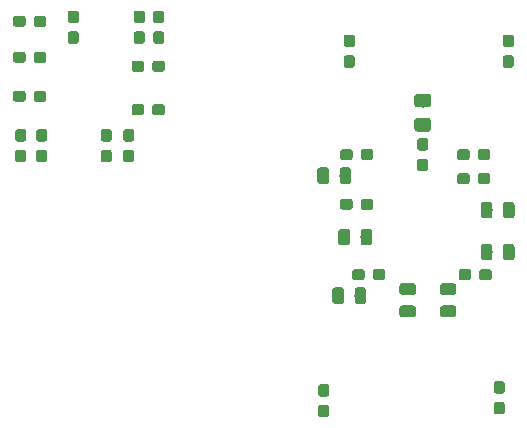
<source format=gbr>
G04 #@! TF.GenerationSoftware,KiCad,Pcbnew,(5.1.2-1)-1*
G04 #@! TF.CreationDate,2020-07-07T12:37:09+01:00*
G04 #@! TF.ProjectId,MZ80-80CLR,4d5a3830-2d38-4304-934c-522e6b696361,rev?*
G04 #@! TF.SameCoordinates,Original*
G04 #@! TF.FileFunction,Paste,Bot*
G04 #@! TF.FilePolarity,Positive*
%FSLAX46Y46*%
G04 Gerber Fmt 4.6, Leading zero omitted, Abs format (unit mm)*
G04 Created by KiCad (PCBNEW (5.1.2-1)-1) date 2020-07-07 12:37:09*
%MOMM*%
%LPD*%
G04 APERTURE LIST*
%ADD10C,0.100000*%
%ADD11C,0.975000*%
%ADD12C,1.150000*%
%ADD13C,0.950000*%
G04 APERTURE END LIST*
D10*
G36*
X114526142Y-77570174D02*
G01*
X114549803Y-77573684D01*
X114573007Y-77579496D01*
X114595529Y-77587554D01*
X114617153Y-77597782D01*
X114637670Y-77610079D01*
X114656883Y-77624329D01*
X114674607Y-77640393D01*
X114690671Y-77658117D01*
X114704921Y-77677330D01*
X114717218Y-77697847D01*
X114727446Y-77719471D01*
X114735504Y-77741993D01*
X114741316Y-77765197D01*
X114744826Y-77788858D01*
X114746000Y-77812750D01*
X114746000Y-78300250D01*
X114744826Y-78324142D01*
X114741316Y-78347803D01*
X114735504Y-78371007D01*
X114727446Y-78393529D01*
X114717218Y-78415153D01*
X114704921Y-78435670D01*
X114690671Y-78454883D01*
X114674607Y-78472607D01*
X114656883Y-78488671D01*
X114637670Y-78502921D01*
X114617153Y-78515218D01*
X114595529Y-78525446D01*
X114573007Y-78533504D01*
X114549803Y-78539316D01*
X114526142Y-78542826D01*
X114502250Y-78544000D01*
X113589750Y-78544000D01*
X113565858Y-78542826D01*
X113542197Y-78539316D01*
X113518993Y-78533504D01*
X113496471Y-78525446D01*
X113474847Y-78515218D01*
X113454330Y-78502921D01*
X113435117Y-78488671D01*
X113417393Y-78472607D01*
X113401329Y-78454883D01*
X113387079Y-78435670D01*
X113374782Y-78415153D01*
X113364554Y-78393529D01*
X113356496Y-78371007D01*
X113350684Y-78347803D01*
X113347174Y-78324142D01*
X113346000Y-78300250D01*
X113346000Y-77812750D01*
X113347174Y-77788858D01*
X113350684Y-77765197D01*
X113356496Y-77741993D01*
X113364554Y-77719471D01*
X113374782Y-77697847D01*
X113387079Y-77677330D01*
X113401329Y-77658117D01*
X113417393Y-77640393D01*
X113435117Y-77624329D01*
X113454330Y-77610079D01*
X113474847Y-77597782D01*
X113496471Y-77587554D01*
X113518993Y-77579496D01*
X113542197Y-77573684D01*
X113565858Y-77570174D01*
X113589750Y-77569000D01*
X114502250Y-77569000D01*
X114526142Y-77570174D01*
X114526142Y-77570174D01*
G37*
D11*
X114046000Y-78056500D03*
D10*
G36*
X114526142Y-79445174D02*
G01*
X114549803Y-79448684D01*
X114573007Y-79454496D01*
X114595529Y-79462554D01*
X114617153Y-79472782D01*
X114637670Y-79485079D01*
X114656883Y-79499329D01*
X114674607Y-79515393D01*
X114690671Y-79533117D01*
X114704921Y-79552330D01*
X114717218Y-79572847D01*
X114727446Y-79594471D01*
X114735504Y-79616993D01*
X114741316Y-79640197D01*
X114744826Y-79663858D01*
X114746000Y-79687750D01*
X114746000Y-80175250D01*
X114744826Y-80199142D01*
X114741316Y-80222803D01*
X114735504Y-80246007D01*
X114727446Y-80268529D01*
X114717218Y-80290153D01*
X114704921Y-80310670D01*
X114690671Y-80329883D01*
X114674607Y-80347607D01*
X114656883Y-80363671D01*
X114637670Y-80377921D01*
X114617153Y-80390218D01*
X114595529Y-80400446D01*
X114573007Y-80408504D01*
X114549803Y-80414316D01*
X114526142Y-80417826D01*
X114502250Y-80419000D01*
X113589750Y-80419000D01*
X113565858Y-80417826D01*
X113542197Y-80414316D01*
X113518993Y-80408504D01*
X113496471Y-80400446D01*
X113474847Y-80390218D01*
X113454330Y-80377921D01*
X113435117Y-80363671D01*
X113417393Y-80347607D01*
X113401329Y-80329883D01*
X113387079Y-80310670D01*
X113374782Y-80290153D01*
X113364554Y-80268529D01*
X113356496Y-80246007D01*
X113350684Y-80222803D01*
X113347174Y-80199142D01*
X113346000Y-80175250D01*
X113346000Y-79687750D01*
X113347174Y-79663858D01*
X113350684Y-79640197D01*
X113356496Y-79616993D01*
X113364554Y-79594471D01*
X113374782Y-79572847D01*
X113387079Y-79552330D01*
X113401329Y-79533117D01*
X113417393Y-79515393D01*
X113435117Y-79499329D01*
X113454330Y-79485079D01*
X113474847Y-79472782D01*
X113496471Y-79462554D01*
X113518993Y-79454496D01*
X113542197Y-79448684D01*
X113565858Y-79445174D01*
X113589750Y-79444000D01*
X114502250Y-79444000D01*
X114526142Y-79445174D01*
X114526142Y-79445174D01*
G37*
D11*
X114046000Y-79931500D03*
D10*
G36*
X117955142Y-77570174D02*
G01*
X117978803Y-77573684D01*
X118002007Y-77579496D01*
X118024529Y-77587554D01*
X118046153Y-77597782D01*
X118066670Y-77610079D01*
X118085883Y-77624329D01*
X118103607Y-77640393D01*
X118119671Y-77658117D01*
X118133921Y-77677330D01*
X118146218Y-77697847D01*
X118156446Y-77719471D01*
X118164504Y-77741993D01*
X118170316Y-77765197D01*
X118173826Y-77788858D01*
X118175000Y-77812750D01*
X118175000Y-78300250D01*
X118173826Y-78324142D01*
X118170316Y-78347803D01*
X118164504Y-78371007D01*
X118156446Y-78393529D01*
X118146218Y-78415153D01*
X118133921Y-78435670D01*
X118119671Y-78454883D01*
X118103607Y-78472607D01*
X118085883Y-78488671D01*
X118066670Y-78502921D01*
X118046153Y-78515218D01*
X118024529Y-78525446D01*
X118002007Y-78533504D01*
X117978803Y-78539316D01*
X117955142Y-78542826D01*
X117931250Y-78544000D01*
X117018750Y-78544000D01*
X116994858Y-78542826D01*
X116971197Y-78539316D01*
X116947993Y-78533504D01*
X116925471Y-78525446D01*
X116903847Y-78515218D01*
X116883330Y-78502921D01*
X116864117Y-78488671D01*
X116846393Y-78472607D01*
X116830329Y-78454883D01*
X116816079Y-78435670D01*
X116803782Y-78415153D01*
X116793554Y-78393529D01*
X116785496Y-78371007D01*
X116779684Y-78347803D01*
X116776174Y-78324142D01*
X116775000Y-78300250D01*
X116775000Y-77812750D01*
X116776174Y-77788858D01*
X116779684Y-77765197D01*
X116785496Y-77741993D01*
X116793554Y-77719471D01*
X116803782Y-77697847D01*
X116816079Y-77677330D01*
X116830329Y-77658117D01*
X116846393Y-77640393D01*
X116864117Y-77624329D01*
X116883330Y-77610079D01*
X116903847Y-77597782D01*
X116925471Y-77587554D01*
X116947993Y-77579496D01*
X116971197Y-77573684D01*
X116994858Y-77570174D01*
X117018750Y-77569000D01*
X117931250Y-77569000D01*
X117955142Y-77570174D01*
X117955142Y-77570174D01*
G37*
D11*
X117475000Y-78056500D03*
D10*
G36*
X117955142Y-79445174D02*
G01*
X117978803Y-79448684D01*
X118002007Y-79454496D01*
X118024529Y-79462554D01*
X118046153Y-79472782D01*
X118066670Y-79485079D01*
X118085883Y-79499329D01*
X118103607Y-79515393D01*
X118119671Y-79533117D01*
X118133921Y-79552330D01*
X118146218Y-79572847D01*
X118156446Y-79594471D01*
X118164504Y-79616993D01*
X118170316Y-79640197D01*
X118173826Y-79663858D01*
X118175000Y-79687750D01*
X118175000Y-80175250D01*
X118173826Y-80199142D01*
X118170316Y-80222803D01*
X118164504Y-80246007D01*
X118156446Y-80268529D01*
X118146218Y-80290153D01*
X118133921Y-80310670D01*
X118119671Y-80329883D01*
X118103607Y-80347607D01*
X118085883Y-80363671D01*
X118066670Y-80377921D01*
X118046153Y-80390218D01*
X118024529Y-80400446D01*
X118002007Y-80408504D01*
X117978803Y-80414316D01*
X117955142Y-80417826D01*
X117931250Y-80419000D01*
X117018750Y-80419000D01*
X116994858Y-80417826D01*
X116971197Y-80414316D01*
X116947993Y-80408504D01*
X116925471Y-80400446D01*
X116903847Y-80390218D01*
X116883330Y-80377921D01*
X116864117Y-80363671D01*
X116846393Y-80347607D01*
X116830329Y-80329883D01*
X116816079Y-80310670D01*
X116803782Y-80290153D01*
X116793554Y-80268529D01*
X116785496Y-80246007D01*
X116779684Y-80222803D01*
X116776174Y-80199142D01*
X116775000Y-80175250D01*
X116775000Y-79687750D01*
X116776174Y-79663858D01*
X116779684Y-79640197D01*
X116785496Y-79616993D01*
X116793554Y-79594471D01*
X116803782Y-79572847D01*
X116816079Y-79552330D01*
X116830329Y-79533117D01*
X116846393Y-79515393D01*
X116864117Y-79499329D01*
X116883330Y-79485079D01*
X116903847Y-79472782D01*
X116925471Y-79462554D01*
X116947993Y-79454496D01*
X116971197Y-79448684D01*
X116994858Y-79445174D01*
X117018750Y-79444000D01*
X117931250Y-79444000D01*
X117955142Y-79445174D01*
X117955142Y-79445174D01*
G37*
D11*
X117475000Y-79931500D03*
D10*
G36*
X120996142Y-70675174D02*
G01*
X121019803Y-70678684D01*
X121043007Y-70684496D01*
X121065529Y-70692554D01*
X121087153Y-70702782D01*
X121107670Y-70715079D01*
X121126883Y-70729329D01*
X121144607Y-70745393D01*
X121160671Y-70763117D01*
X121174921Y-70782330D01*
X121187218Y-70802847D01*
X121197446Y-70824471D01*
X121205504Y-70846993D01*
X121211316Y-70870197D01*
X121214826Y-70893858D01*
X121216000Y-70917750D01*
X121216000Y-71830250D01*
X121214826Y-71854142D01*
X121211316Y-71877803D01*
X121205504Y-71901007D01*
X121197446Y-71923529D01*
X121187218Y-71945153D01*
X121174921Y-71965670D01*
X121160671Y-71984883D01*
X121144607Y-72002607D01*
X121126883Y-72018671D01*
X121107670Y-72032921D01*
X121087153Y-72045218D01*
X121065529Y-72055446D01*
X121043007Y-72063504D01*
X121019803Y-72069316D01*
X120996142Y-72072826D01*
X120972250Y-72074000D01*
X120484750Y-72074000D01*
X120460858Y-72072826D01*
X120437197Y-72069316D01*
X120413993Y-72063504D01*
X120391471Y-72055446D01*
X120369847Y-72045218D01*
X120349330Y-72032921D01*
X120330117Y-72018671D01*
X120312393Y-72002607D01*
X120296329Y-71984883D01*
X120282079Y-71965670D01*
X120269782Y-71945153D01*
X120259554Y-71923529D01*
X120251496Y-71901007D01*
X120245684Y-71877803D01*
X120242174Y-71854142D01*
X120241000Y-71830250D01*
X120241000Y-70917750D01*
X120242174Y-70893858D01*
X120245684Y-70870197D01*
X120251496Y-70846993D01*
X120259554Y-70824471D01*
X120269782Y-70802847D01*
X120282079Y-70782330D01*
X120296329Y-70763117D01*
X120312393Y-70745393D01*
X120330117Y-70729329D01*
X120349330Y-70715079D01*
X120369847Y-70702782D01*
X120391471Y-70692554D01*
X120413993Y-70684496D01*
X120437197Y-70678684D01*
X120460858Y-70675174D01*
X120484750Y-70674000D01*
X120972250Y-70674000D01*
X120996142Y-70675174D01*
X120996142Y-70675174D01*
G37*
D11*
X120728500Y-71374000D03*
D10*
G36*
X122871142Y-70675174D02*
G01*
X122894803Y-70678684D01*
X122918007Y-70684496D01*
X122940529Y-70692554D01*
X122962153Y-70702782D01*
X122982670Y-70715079D01*
X123001883Y-70729329D01*
X123019607Y-70745393D01*
X123035671Y-70763117D01*
X123049921Y-70782330D01*
X123062218Y-70802847D01*
X123072446Y-70824471D01*
X123080504Y-70846993D01*
X123086316Y-70870197D01*
X123089826Y-70893858D01*
X123091000Y-70917750D01*
X123091000Y-71830250D01*
X123089826Y-71854142D01*
X123086316Y-71877803D01*
X123080504Y-71901007D01*
X123072446Y-71923529D01*
X123062218Y-71945153D01*
X123049921Y-71965670D01*
X123035671Y-71984883D01*
X123019607Y-72002607D01*
X123001883Y-72018671D01*
X122982670Y-72032921D01*
X122962153Y-72045218D01*
X122940529Y-72055446D01*
X122918007Y-72063504D01*
X122894803Y-72069316D01*
X122871142Y-72072826D01*
X122847250Y-72074000D01*
X122359750Y-72074000D01*
X122335858Y-72072826D01*
X122312197Y-72069316D01*
X122288993Y-72063504D01*
X122266471Y-72055446D01*
X122244847Y-72045218D01*
X122224330Y-72032921D01*
X122205117Y-72018671D01*
X122187393Y-72002607D01*
X122171329Y-71984883D01*
X122157079Y-71965670D01*
X122144782Y-71945153D01*
X122134554Y-71923529D01*
X122126496Y-71901007D01*
X122120684Y-71877803D01*
X122117174Y-71854142D01*
X122116000Y-71830250D01*
X122116000Y-70917750D01*
X122117174Y-70893858D01*
X122120684Y-70870197D01*
X122126496Y-70846993D01*
X122134554Y-70824471D01*
X122144782Y-70802847D01*
X122157079Y-70782330D01*
X122171329Y-70763117D01*
X122187393Y-70745393D01*
X122205117Y-70729329D01*
X122224330Y-70715079D01*
X122244847Y-70702782D01*
X122266471Y-70692554D01*
X122288993Y-70684496D01*
X122312197Y-70678684D01*
X122335858Y-70675174D01*
X122359750Y-70674000D01*
X122847250Y-70674000D01*
X122871142Y-70675174D01*
X122871142Y-70675174D01*
G37*
D11*
X122603500Y-71374000D03*
D10*
G36*
X110298142Y-77914174D02*
G01*
X110321803Y-77917684D01*
X110345007Y-77923496D01*
X110367529Y-77931554D01*
X110389153Y-77941782D01*
X110409670Y-77954079D01*
X110428883Y-77968329D01*
X110446607Y-77984393D01*
X110462671Y-78002117D01*
X110476921Y-78021330D01*
X110489218Y-78041847D01*
X110499446Y-78063471D01*
X110507504Y-78085993D01*
X110513316Y-78109197D01*
X110516826Y-78132858D01*
X110518000Y-78156750D01*
X110518000Y-79069250D01*
X110516826Y-79093142D01*
X110513316Y-79116803D01*
X110507504Y-79140007D01*
X110499446Y-79162529D01*
X110489218Y-79184153D01*
X110476921Y-79204670D01*
X110462671Y-79223883D01*
X110446607Y-79241607D01*
X110428883Y-79257671D01*
X110409670Y-79271921D01*
X110389153Y-79284218D01*
X110367529Y-79294446D01*
X110345007Y-79302504D01*
X110321803Y-79308316D01*
X110298142Y-79311826D01*
X110274250Y-79313000D01*
X109786750Y-79313000D01*
X109762858Y-79311826D01*
X109739197Y-79308316D01*
X109715993Y-79302504D01*
X109693471Y-79294446D01*
X109671847Y-79284218D01*
X109651330Y-79271921D01*
X109632117Y-79257671D01*
X109614393Y-79241607D01*
X109598329Y-79223883D01*
X109584079Y-79204670D01*
X109571782Y-79184153D01*
X109561554Y-79162529D01*
X109553496Y-79140007D01*
X109547684Y-79116803D01*
X109544174Y-79093142D01*
X109543000Y-79069250D01*
X109543000Y-78156750D01*
X109544174Y-78132858D01*
X109547684Y-78109197D01*
X109553496Y-78085993D01*
X109561554Y-78063471D01*
X109571782Y-78041847D01*
X109584079Y-78021330D01*
X109598329Y-78002117D01*
X109614393Y-77984393D01*
X109632117Y-77968329D01*
X109651330Y-77954079D01*
X109671847Y-77941782D01*
X109693471Y-77931554D01*
X109715993Y-77923496D01*
X109739197Y-77917684D01*
X109762858Y-77914174D01*
X109786750Y-77913000D01*
X110274250Y-77913000D01*
X110298142Y-77914174D01*
X110298142Y-77914174D01*
G37*
D11*
X110030500Y-78613000D03*
D10*
G36*
X108423142Y-77914174D02*
G01*
X108446803Y-77917684D01*
X108470007Y-77923496D01*
X108492529Y-77931554D01*
X108514153Y-77941782D01*
X108534670Y-77954079D01*
X108553883Y-77968329D01*
X108571607Y-77984393D01*
X108587671Y-78002117D01*
X108601921Y-78021330D01*
X108614218Y-78041847D01*
X108624446Y-78063471D01*
X108632504Y-78085993D01*
X108638316Y-78109197D01*
X108641826Y-78132858D01*
X108643000Y-78156750D01*
X108643000Y-79069250D01*
X108641826Y-79093142D01*
X108638316Y-79116803D01*
X108632504Y-79140007D01*
X108624446Y-79162529D01*
X108614218Y-79184153D01*
X108601921Y-79204670D01*
X108587671Y-79223883D01*
X108571607Y-79241607D01*
X108553883Y-79257671D01*
X108534670Y-79271921D01*
X108514153Y-79284218D01*
X108492529Y-79294446D01*
X108470007Y-79302504D01*
X108446803Y-79308316D01*
X108423142Y-79311826D01*
X108399250Y-79313000D01*
X107911750Y-79313000D01*
X107887858Y-79311826D01*
X107864197Y-79308316D01*
X107840993Y-79302504D01*
X107818471Y-79294446D01*
X107796847Y-79284218D01*
X107776330Y-79271921D01*
X107757117Y-79257671D01*
X107739393Y-79241607D01*
X107723329Y-79223883D01*
X107709079Y-79204670D01*
X107696782Y-79184153D01*
X107686554Y-79162529D01*
X107678496Y-79140007D01*
X107672684Y-79116803D01*
X107669174Y-79093142D01*
X107668000Y-79069250D01*
X107668000Y-78156750D01*
X107669174Y-78132858D01*
X107672684Y-78109197D01*
X107678496Y-78085993D01*
X107686554Y-78063471D01*
X107696782Y-78041847D01*
X107709079Y-78021330D01*
X107723329Y-78002117D01*
X107739393Y-77984393D01*
X107757117Y-77968329D01*
X107776330Y-77954079D01*
X107796847Y-77941782D01*
X107818471Y-77931554D01*
X107840993Y-77923496D01*
X107864197Y-77917684D01*
X107887858Y-77914174D01*
X107911750Y-77913000D01*
X108399250Y-77913000D01*
X108423142Y-77914174D01*
X108423142Y-77914174D01*
G37*
D11*
X108155500Y-78613000D03*
D10*
G36*
X120996142Y-74231174D02*
G01*
X121019803Y-74234684D01*
X121043007Y-74240496D01*
X121065529Y-74248554D01*
X121087153Y-74258782D01*
X121107670Y-74271079D01*
X121126883Y-74285329D01*
X121144607Y-74301393D01*
X121160671Y-74319117D01*
X121174921Y-74338330D01*
X121187218Y-74358847D01*
X121197446Y-74380471D01*
X121205504Y-74402993D01*
X121211316Y-74426197D01*
X121214826Y-74449858D01*
X121216000Y-74473750D01*
X121216000Y-75386250D01*
X121214826Y-75410142D01*
X121211316Y-75433803D01*
X121205504Y-75457007D01*
X121197446Y-75479529D01*
X121187218Y-75501153D01*
X121174921Y-75521670D01*
X121160671Y-75540883D01*
X121144607Y-75558607D01*
X121126883Y-75574671D01*
X121107670Y-75588921D01*
X121087153Y-75601218D01*
X121065529Y-75611446D01*
X121043007Y-75619504D01*
X121019803Y-75625316D01*
X120996142Y-75628826D01*
X120972250Y-75630000D01*
X120484750Y-75630000D01*
X120460858Y-75628826D01*
X120437197Y-75625316D01*
X120413993Y-75619504D01*
X120391471Y-75611446D01*
X120369847Y-75601218D01*
X120349330Y-75588921D01*
X120330117Y-75574671D01*
X120312393Y-75558607D01*
X120296329Y-75540883D01*
X120282079Y-75521670D01*
X120269782Y-75501153D01*
X120259554Y-75479529D01*
X120251496Y-75457007D01*
X120245684Y-75433803D01*
X120242174Y-75410142D01*
X120241000Y-75386250D01*
X120241000Y-74473750D01*
X120242174Y-74449858D01*
X120245684Y-74426197D01*
X120251496Y-74402993D01*
X120259554Y-74380471D01*
X120269782Y-74358847D01*
X120282079Y-74338330D01*
X120296329Y-74319117D01*
X120312393Y-74301393D01*
X120330117Y-74285329D01*
X120349330Y-74271079D01*
X120369847Y-74258782D01*
X120391471Y-74248554D01*
X120413993Y-74240496D01*
X120437197Y-74234684D01*
X120460858Y-74231174D01*
X120484750Y-74230000D01*
X120972250Y-74230000D01*
X120996142Y-74231174D01*
X120996142Y-74231174D01*
G37*
D11*
X120728500Y-74930000D03*
D10*
G36*
X122871142Y-74231174D02*
G01*
X122894803Y-74234684D01*
X122918007Y-74240496D01*
X122940529Y-74248554D01*
X122962153Y-74258782D01*
X122982670Y-74271079D01*
X123001883Y-74285329D01*
X123019607Y-74301393D01*
X123035671Y-74319117D01*
X123049921Y-74338330D01*
X123062218Y-74358847D01*
X123072446Y-74380471D01*
X123080504Y-74402993D01*
X123086316Y-74426197D01*
X123089826Y-74449858D01*
X123091000Y-74473750D01*
X123091000Y-75386250D01*
X123089826Y-75410142D01*
X123086316Y-75433803D01*
X123080504Y-75457007D01*
X123072446Y-75479529D01*
X123062218Y-75501153D01*
X123049921Y-75521670D01*
X123035671Y-75540883D01*
X123019607Y-75558607D01*
X123001883Y-75574671D01*
X122982670Y-75588921D01*
X122962153Y-75601218D01*
X122940529Y-75611446D01*
X122918007Y-75619504D01*
X122894803Y-75625316D01*
X122871142Y-75628826D01*
X122847250Y-75630000D01*
X122359750Y-75630000D01*
X122335858Y-75628826D01*
X122312197Y-75625316D01*
X122288993Y-75619504D01*
X122266471Y-75611446D01*
X122244847Y-75601218D01*
X122224330Y-75588921D01*
X122205117Y-75574671D01*
X122187393Y-75558607D01*
X122171329Y-75540883D01*
X122157079Y-75521670D01*
X122144782Y-75501153D01*
X122134554Y-75479529D01*
X122126496Y-75457007D01*
X122120684Y-75433803D01*
X122117174Y-75410142D01*
X122116000Y-75386250D01*
X122116000Y-74473750D01*
X122117174Y-74449858D01*
X122120684Y-74426197D01*
X122126496Y-74402993D01*
X122134554Y-74380471D01*
X122144782Y-74358847D01*
X122157079Y-74338330D01*
X122171329Y-74319117D01*
X122187393Y-74301393D01*
X122205117Y-74285329D01*
X122224330Y-74271079D01*
X122244847Y-74258782D01*
X122266471Y-74248554D01*
X122288993Y-74240496D01*
X122312197Y-74234684D01*
X122335858Y-74231174D01*
X122359750Y-74230000D01*
X122847250Y-74230000D01*
X122871142Y-74231174D01*
X122871142Y-74231174D01*
G37*
D11*
X122603500Y-74930000D03*
D10*
G36*
X110806142Y-72961174D02*
G01*
X110829803Y-72964684D01*
X110853007Y-72970496D01*
X110875529Y-72978554D01*
X110897153Y-72988782D01*
X110917670Y-73001079D01*
X110936883Y-73015329D01*
X110954607Y-73031393D01*
X110970671Y-73049117D01*
X110984921Y-73068330D01*
X110997218Y-73088847D01*
X111007446Y-73110471D01*
X111015504Y-73132993D01*
X111021316Y-73156197D01*
X111024826Y-73179858D01*
X111026000Y-73203750D01*
X111026000Y-74116250D01*
X111024826Y-74140142D01*
X111021316Y-74163803D01*
X111015504Y-74187007D01*
X111007446Y-74209529D01*
X110997218Y-74231153D01*
X110984921Y-74251670D01*
X110970671Y-74270883D01*
X110954607Y-74288607D01*
X110936883Y-74304671D01*
X110917670Y-74318921D01*
X110897153Y-74331218D01*
X110875529Y-74341446D01*
X110853007Y-74349504D01*
X110829803Y-74355316D01*
X110806142Y-74358826D01*
X110782250Y-74360000D01*
X110294750Y-74360000D01*
X110270858Y-74358826D01*
X110247197Y-74355316D01*
X110223993Y-74349504D01*
X110201471Y-74341446D01*
X110179847Y-74331218D01*
X110159330Y-74318921D01*
X110140117Y-74304671D01*
X110122393Y-74288607D01*
X110106329Y-74270883D01*
X110092079Y-74251670D01*
X110079782Y-74231153D01*
X110069554Y-74209529D01*
X110061496Y-74187007D01*
X110055684Y-74163803D01*
X110052174Y-74140142D01*
X110051000Y-74116250D01*
X110051000Y-73203750D01*
X110052174Y-73179858D01*
X110055684Y-73156197D01*
X110061496Y-73132993D01*
X110069554Y-73110471D01*
X110079782Y-73088847D01*
X110092079Y-73068330D01*
X110106329Y-73049117D01*
X110122393Y-73031393D01*
X110140117Y-73015329D01*
X110159330Y-73001079D01*
X110179847Y-72988782D01*
X110201471Y-72978554D01*
X110223993Y-72970496D01*
X110247197Y-72964684D01*
X110270858Y-72961174D01*
X110294750Y-72960000D01*
X110782250Y-72960000D01*
X110806142Y-72961174D01*
X110806142Y-72961174D01*
G37*
D11*
X110538500Y-73660000D03*
D10*
G36*
X108931142Y-72961174D02*
G01*
X108954803Y-72964684D01*
X108978007Y-72970496D01*
X109000529Y-72978554D01*
X109022153Y-72988782D01*
X109042670Y-73001079D01*
X109061883Y-73015329D01*
X109079607Y-73031393D01*
X109095671Y-73049117D01*
X109109921Y-73068330D01*
X109122218Y-73088847D01*
X109132446Y-73110471D01*
X109140504Y-73132993D01*
X109146316Y-73156197D01*
X109149826Y-73179858D01*
X109151000Y-73203750D01*
X109151000Y-74116250D01*
X109149826Y-74140142D01*
X109146316Y-74163803D01*
X109140504Y-74187007D01*
X109132446Y-74209529D01*
X109122218Y-74231153D01*
X109109921Y-74251670D01*
X109095671Y-74270883D01*
X109079607Y-74288607D01*
X109061883Y-74304671D01*
X109042670Y-74318921D01*
X109022153Y-74331218D01*
X109000529Y-74341446D01*
X108978007Y-74349504D01*
X108954803Y-74355316D01*
X108931142Y-74358826D01*
X108907250Y-74360000D01*
X108419750Y-74360000D01*
X108395858Y-74358826D01*
X108372197Y-74355316D01*
X108348993Y-74349504D01*
X108326471Y-74341446D01*
X108304847Y-74331218D01*
X108284330Y-74318921D01*
X108265117Y-74304671D01*
X108247393Y-74288607D01*
X108231329Y-74270883D01*
X108217079Y-74251670D01*
X108204782Y-74231153D01*
X108194554Y-74209529D01*
X108186496Y-74187007D01*
X108180684Y-74163803D01*
X108177174Y-74140142D01*
X108176000Y-74116250D01*
X108176000Y-73203750D01*
X108177174Y-73179858D01*
X108180684Y-73156197D01*
X108186496Y-73132993D01*
X108194554Y-73110471D01*
X108204782Y-73088847D01*
X108217079Y-73068330D01*
X108231329Y-73049117D01*
X108247393Y-73031393D01*
X108265117Y-73015329D01*
X108284330Y-73001079D01*
X108304847Y-72988782D01*
X108326471Y-72978554D01*
X108348993Y-72970496D01*
X108372197Y-72964684D01*
X108395858Y-72961174D01*
X108419750Y-72960000D01*
X108907250Y-72960000D01*
X108931142Y-72961174D01*
X108931142Y-72961174D01*
G37*
D11*
X108663500Y-73660000D03*
D10*
G36*
X109028142Y-67754174D02*
G01*
X109051803Y-67757684D01*
X109075007Y-67763496D01*
X109097529Y-67771554D01*
X109119153Y-67781782D01*
X109139670Y-67794079D01*
X109158883Y-67808329D01*
X109176607Y-67824393D01*
X109192671Y-67842117D01*
X109206921Y-67861330D01*
X109219218Y-67881847D01*
X109229446Y-67903471D01*
X109237504Y-67925993D01*
X109243316Y-67949197D01*
X109246826Y-67972858D01*
X109248000Y-67996750D01*
X109248000Y-68909250D01*
X109246826Y-68933142D01*
X109243316Y-68956803D01*
X109237504Y-68980007D01*
X109229446Y-69002529D01*
X109219218Y-69024153D01*
X109206921Y-69044670D01*
X109192671Y-69063883D01*
X109176607Y-69081607D01*
X109158883Y-69097671D01*
X109139670Y-69111921D01*
X109119153Y-69124218D01*
X109097529Y-69134446D01*
X109075007Y-69142504D01*
X109051803Y-69148316D01*
X109028142Y-69151826D01*
X109004250Y-69153000D01*
X108516750Y-69153000D01*
X108492858Y-69151826D01*
X108469197Y-69148316D01*
X108445993Y-69142504D01*
X108423471Y-69134446D01*
X108401847Y-69124218D01*
X108381330Y-69111921D01*
X108362117Y-69097671D01*
X108344393Y-69081607D01*
X108328329Y-69063883D01*
X108314079Y-69044670D01*
X108301782Y-69024153D01*
X108291554Y-69002529D01*
X108283496Y-68980007D01*
X108277684Y-68956803D01*
X108274174Y-68933142D01*
X108273000Y-68909250D01*
X108273000Y-67996750D01*
X108274174Y-67972858D01*
X108277684Y-67949197D01*
X108283496Y-67925993D01*
X108291554Y-67903471D01*
X108301782Y-67881847D01*
X108314079Y-67861330D01*
X108328329Y-67842117D01*
X108344393Y-67824393D01*
X108362117Y-67808329D01*
X108381330Y-67794079D01*
X108401847Y-67781782D01*
X108423471Y-67771554D01*
X108445993Y-67763496D01*
X108469197Y-67757684D01*
X108492858Y-67754174D01*
X108516750Y-67753000D01*
X109004250Y-67753000D01*
X109028142Y-67754174D01*
X109028142Y-67754174D01*
G37*
D11*
X108760500Y-68453000D03*
D10*
G36*
X107153142Y-67754174D02*
G01*
X107176803Y-67757684D01*
X107200007Y-67763496D01*
X107222529Y-67771554D01*
X107244153Y-67781782D01*
X107264670Y-67794079D01*
X107283883Y-67808329D01*
X107301607Y-67824393D01*
X107317671Y-67842117D01*
X107331921Y-67861330D01*
X107344218Y-67881847D01*
X107354446Y-67903471D01*
X107362504Y-67925993D01*
X107368316Y-67949197D01*
X107371826Y-67972858D01*
X107373000Y-67996750D01*
X107373000Y-68909250D01*
X107371826Y-68933142D01*
X107368316Y-68956803D01*
X107362504Y-68980007D01*
X107354446Y-69002529D01*
X107344218Y-69024153D01*
X107331921Y-69044670D01*
X107317671Y-69063883D01*
X107301607Y-69081607D01*
X107283883Y-69097671D01*
X107264670Y-69111921D01*
X107244153Y-69124218D01*
X107222529Y-69134446D01*
X107200007Y-69142504D01*
X107176803Y-69148316D01*
X107153142Y-69151826D01*
X107129250Y-69153000D01*
X106641750Y-69153000D01*
X106617858Y-69151826D01*
X106594197Y-69148316D01*
X106570993Y-69142504D01*
X106548471Y-69134446D01*
X106526847Y-69124218D01*
X106506330Y-69111921D01*
X106487117Y-69097671D01*
X106469393Y-69081607D01*
X106453329Y-69063883D01*
X106439079Y-69044670D01*
X106426782Y-69024153D01*
X106416554Y-69002529D01*
X106408496Y-68980007D01*
X106402684Y-68956803D01*
X106399174Y-68933142D01*
X106398000Y-68909250D01*
X106398000Y-67996750D01*
X106399174Y-67972858D01*
X106402684Y-67949197D01*
X106408496Y-67925993D01*
X106416554Y-67903471D01*
X106426782Y-67881847D01*
X106439079Y-67861330D01*
X106453329Y-67842117D01*
X106469393Y-67824393D01*
X106487117Y-67808329D01*
X106506330Y-67794079D01*
X106526847Y-67781782D01*
X106548471Y-67771554D01*
X106570993Y-67763496D01*
X106594197Y-67757684D01*
X106617858Y-67754174D01*
X106641750Y-67753000D01*
X107129250Y-67753000D01*
X107153142Y-67754174D01*
X107153142Y-67754174D01*
G37*
D11*
X106885500Y-68453000D03*
D10*
G36*
X115790505Y-61520204D02*
G01*
X115814773Y-61523804D01*
X115838572Y-61529765D01*
X115861671Y-61538030D01*
X115883850Y-61548520D01*
X115904893Y-61561132D01*
X115924599Y-61575747D01*
X115942777Y-61592223D01*
X115959253Y-61610401D01*
X115973868Y-61630107D01*
X115986480Y-61651150D01*
X115996970Y-61673329D01*
X116005235Y-61696428D01*
X116011196Y-61720227D01*
X116014796Y-61744495D01*
X116016000Y-61768999D01*
X116016000Y-62419001D01*
X116014796Y-62443505D01*
X116011196Y-62467773D01*
X116005235Y-62491572D01*
X115996970Y-62514671D01*
X115986480Y-62536850D01*
X115973868Y-62557893D01*
X115959253Y-62577599D01*
X115942777Y-62595777D01*
X115924599Y-62612253D01*
X115904893Y-62626868D01*
X115883850Y-62639480D01*
X115861671Y-62649970D01*
X115838572Y-62658235D01*
X115814773Y-62664196D01*
X115790505Y-62667796D01*
X115766001Y-62669000D01*
X114865999Y-62669000D01*
X114841495Y-62667796D01*
X114817227Y-62664196D01*
X114793428Y-62658235D01*
X114770329Y-62649970D01*
X114748150Y-62639480D01*
X114727107Y-62626868D01*
X114707401Y-62612253D01*
X114689223Y-62595777D01*
X114672747Y-62577599D01*
X114658132Y-62557893D01*
X114645520Y-62536850D01*
X114635030Y-62514671D01*
X114626765Y-62491572D01*
X114620804Y-62467773D01*
X114617204Y-62443505D01*
X114616000Y-62419001D01*
X114616000Y-61768999D01*
X114617204Y-61744495D01*
X114620804Y-61720227D01*
X114626765Y-61696428D01*
X114635030Y-61673329D01*
X114645520Y-61651150D01*
X114658132Y-61630107D01*
X114672747Y-61610401D01*
X114689223Y-61592223D01*
X114707401Y-61575747D01*
X114727107Y-61561132D01*
X114748150Y-61548520D01*
X114770329Y-61538030D01*
X114793428Y-61529765D01*
X114817227Y-61523804D01*
X114841495Y-61520204D01*
X114865999Y-61519000D01*
X115766001Y-61519000D01*
X115790505Y-61520204D01*
X115790505Y-61520204D01*
G37*
D12*
X115316000Y-62094000D03*
D10*
G36*
X115790505Y-63570204D02*
G01*
X115814773Y-63573804D01*
X115838572Y-63579765D01*
X115861671Y-63588030D01*
X115883850Y-63598520D01*
X115904893Y-63611132D01*
X115924599Y-63625747D01*
X115942777Y-63642223D01*
X115959253Y-63660401D01*
X115973868Y-63680107D01*
X115986480Y-63701150D01*
X115996970Y-63723329D01*
X116005235Y-63746428D01*
X116011196Y-63770227D01*
X116014796Y-63794495D01*
X116016000Y-63818999D01*
X116016000Y-64469001D01*
X116014796Y-64493505D01*
X116011196Y-64517773D01*
X116005235Y-64541572D01*
X115996970Y-64564671D01*
X115986480Y-64586850D01*
X115973868Y-64607893D01*
X115959253Y-64627599D01*
X115942777Y-64645777D01*
X115924599Y-64662253D01*
X115904893Y-64676868D01*
X115883850Y-64689480D01*
X115861671Y-64699970D01*
X115838572Y-64708235D01*
X115814773Y-64714196D01*
X115790505Y-64717796D01*
X115766001Y-64719000D01*
X114865999Y-64719000D01*
X114841495Y-64717796D01*
X114817227Y-64714196D01*
X114793428Y-64708235D01*
X114770329Y-64699970D01*
X114748150Y-64689480D01*
X114727107Y-64676868D01*
X114707401Y-64662253D01*
X114689223Y-64645777D01*
X114672747Y-64627599D01*
X114658132Y-64607893D01*
X114645520Y-64586850D01*
X114635030Y-64564671D01*
X114626765Y-64541572D01*
X114620804Y-64517773D01*
X114617204Y-64493505D01*
X114616000Y-64469001D01*
X114616000Y-63818999D01*
X114617204Y-63794495D01*
X114620804Y-63770227D01*
X114626765Y-63746428D01*
X114635030Y-63723329D01*
X114645520Y-63701150D01*
X114658132Y-63680107D01*
X114672747Y-63660401D01*
X114689223Y-63642223D01*
X114707401Y-63625747D01*
X114727107Y-63611132D01*
X114748150Y-63598520D01*
X114770329Y-63588030D01*
X114793428Y-63579765D01*
X114817227Y-63573804D01*
X114841495Y-63570204D01*
X114865999Y-63569000D01*
X115766001Y-63569000D01*
X115790505Y-63570204D01*
X115790505Y-63570204D01*
G37*
D12*
X115316000Y-64144000D03*
D10*
G36*
X81540779Y-64514144D02*
G01*
X81563834Y-64517563D01*
X81586443Y-64523227D01*
X81608387Y-64531079D01*
X81629457Y-64541044D01*
X81649448Y-64553026D01*
X81668168Y-64566910D01*
X81685438Y-64582562D01*
X81701090Y-64599832D01*
X81714974Y-64618552D01*
X81726956Y-64638543D01*
X81736921Y-64659613D01*
X81744773Y-64681557D01*
X81750437Y-64704166D01*
X81753856Y-64727221D01*
X81755000Y-64750500D01*
X81755000Y-65325500D01*
X81753856Y-65348779D01*
X81750437Y-65371834D01*
X81744773Y-65394443D01*
X81736921Y-65416387D01*
X81726956Y-65437457D01*
X81714974Y-65457448D01*
X81701090Y-65476168D01*
X81685438Y-65493438D01*
X81668168Y-65509090D01*
X81649448Y-65522974D01*
X81629457Y-65534956D01*
X81608387Y-65544921D01*
X81586443Y-65552773D01*
X81563834Y-65558437D01*
X81540779Y-65561856D01*
X81517500Y-65563000D01*
X81042500Y-65563000D01*
X81019221Y-65561856D01*
X80996166Y-65558437D01*
X80973557Y-65552773D01*
X80951613Y-65544921D01*
X80930543Y-65534956D01*
X80910552Y-65522974D01*
X80891832Y-65509090D01*
X80874562Y-65493438D01*
X80858910Y-65476168D01*
X80845026Y-65457448D01*
X80833044Y-65437457D01*
X80823079Y-65416387D01*
X80815227Y-65394443D01*
X80809563Y-65371834D01*
X80806144Y-65348779D01*
X80805000Y-65325500D01*
X80805000Y-64750500D01*
X80806144Y-64727221D01*
X80809563Y-64704166D01*
X80815227Y-64681557D01*
X80823079Y-64659613D01*
X80833044Y-64638543D01*
X80845026Y-64618552D01*
X80858910Y-64599832D01*
X80874562Y-64582562D01*
X80891832Y-64566910D01*
X80910552Y-64553026D01*
X80930543Y-64541044D01*
X80951613Y-64531079D01*
X80973557Y-64523227D01*
X80996166Y-64517563D01*
X81019221Y-64514144D01*
X81042500Y-64513000D01*
X81517500Y-64513000D01*
X81540779Y-64514144D01*
X81540779Y-64514144D01*
G37*
D13*
X81280000Y-65038000D03*
D10*
G36*
X81540779Y-66264144D02*
G01*
X81563834Y-66267563D01*
X81586443Y-66273227D01*
X81608387Y-66281079D01*
X81629457Y-66291044D01*
X81649448Y-66303026D01*
X81668168Y-66316910D01*
X81685438Y-66332562D01*
X81701090Y-66349832D01*
X81714974Y-66368552D01*
X81726956Y-66388543D01*
X81736921Y-66409613D01*
X81744773Y-66431557D01*
X81750437Y-66454166D01*
X81753856Y-66477221D01*
X81755000Y-66500500D01*
X81755000Y-67075500D01*
X81753856Y-67098779D01*
X81750437Y-67121834D01*
X81744773Y-67144443D01*
X81736921Y-67166387D01*
X81726956Y-67187457D01*
X81714974Y-67207448D01*
X81701090Y-67226168D01*
X81685438Y-67243438D01*
X81668168Y-67259090D01*
X81649448Y-67272974D01*
X81629457Y-67284956D01*
X81608387Y-67294921D01*
X81586443Y-67302773D01*
X81563834Y-67308437D01*
X81540779Y-67311856D01*
X81517500Y-67313000D01*
X81042500Y-67313000D01*
X81019221Y-67311856D01*
X80996166Y-67308437D01*
X80973557Y-67302773D01*
X80951613Y-67294921D01*
X80930543Y-67284956D01*
X80910552Y-67272974D01*
X80891832Y-67259090D01*
X80874562Y-67243438D01*
X80858910Y-67226168D01*
X80845026Y-67207448D01*
X80833044Y-67187457D01*
X80823079Y-67166387D01*
X80815227Y-67144443D01*
X80809563Y-67121834D01*
X80806144Y-67098779D01*
X80805000Y-67075500D01*
X80805000Y-66500500D01*
X80806144Y-66477221D01*
X80809563Y-66454166D01*
X80815227Y-66431557D01*
X80823079Y-66409613D01*
X80833044Y-66388543D01*
X80845026Y-66368552D01*
X80858910Y-66349832D01*
X80874562Y-66332562D01*
X80891832Y-66316910D01*
X80910552Y-66303026D01*
X80930543Y-66291044D01*
X80951613Y-66281079D01*
X80973557Y-66273227D01*
X80996166Y-66267563D01*
X81019221Y-66264144D01*
X81042500Y-66263000D01*
X81517500Y-66263000D01*
X81540779Y-66264144D01*
X81540779Y-66264144D01*
G37*
D13*
X81280000Y-66788000D03*
D10*
G36*
X83227779Y-61248144D02*
G01*
X83250834Y-61251563D01*
X83273443Y-61257227D01*
X83295387Y-61265079D01*
X83316457Y-61275044D01*
X83336448Y-61287026D01*
X83355168Y-61300910D01*
X83372438Y-61316562D01*
X83388090Y-61333832D01*
X83401974Y-61352552D01*
X83413956Y-61372543D01*
X83423921Y-61393613D01*
X83431773Y-61415557D01*
X83437437Y-61438166D01*
X83440856Y-61461221D01*
X83442000Y-61484500D01*
X83442000Y-61959500D01*
X83440856Y-61982779D01*
X83437437Y-62005834D01*
X83431773Y-62028443D01*
X83423921Y-62050387D01*
X83413956Y-62071457D01*
X83401974Y-62091448D01*
X83388090Y-62110168D01*
X83372438Y-62127438D01*
X83355168Y-62143090D01*
X83336448Y-62156974D01*
X83316457Y-62168956D01*
X83295387Y-62178921D01*
X83273443Y-62186773D01*
X83250834Y-62192437D01*
X83227779Y-62195856D01*
X83204500Y-62197000D01*
X82629500Y-62197000D01*
X82606221Y-62195856D01*
X82583166Y-62192437D01*
X82560557Y-62186773D01*
X82538613Y-62178921D01*
X82517543Y-62168956D01*
X82497552Y-62156974D01*
X82478832Y-62143090D01*
X82461562Y-62127438D01*
X82445910Y-62110168D01*
X82432026Y-62091448D01*
X82420044Y-62071457D01*
X82410079Y-62050387D01*
X82402227Y-62028443D01*
X82396563Y-62005834D01*
X82393144Y-61982779D01*
X82392000Y-61959500D01*
X82392000Y-61484500D01*
X82393144Y-61461221D01*
X82396563Y-61438166D01*
X82402227Y-61415557D01*
X82410079Y-61393613D01*
X82420044Y-61372543D01*
X82432026Y-61352552D01*
X82445910Y-61333832D01*
X82461562Y-61316562D01*
X82478832Y-61300910D01*
X82497552Y-61287026D01*
X82517543Y-61275044D01*
X82538613Y-61265079D01*
X82560557Y-61257227D01*
X82583166Y-61251563D01*
X82606221Y-61248144D01*
X82629500Y-61247000D01*
X83204500Y-61247000D01*
X83227779Y-61248144D01*
X83227779Y-61248144D01*
G37*
D13*
X82917000Y-61722000D03*
D10*
G36*
X81477779Y-61248144D02*
G01*
X81500834Y-61251563D01*
X81523443Y-61257227D01*
X81545387Y-61265079D01*
X81566457Y-61275044D01*
X81586448Y-61287026D01*
X81605168Y-61300910D01*
X81622438Y-61316562D01*
X81638090Y-61333832D01*
X81651974Y-61352552D01*
X81663956Y-61372543D01*
X81673921Y-61393613D01*
X81681773Y-61415557D01*
X81687437Y-61438166D01*
X81690856Y-61461221D01*
X81692000Y-61484500D01*
X81692000Y-61959500D01*
X81690856Y-61982779D01*
X81687437Y-62005834D01*
X81681773Y-62028443D01*
X81673921Y-62050387D01*
X81663956Y-62071457D01*
X81651974Y-62091448D01*
X81638090Y-62110168D01*
X81622438Y-62127438D01*
X81605168Y-62143090D01*
X81586448Y-62156974D01*
X81566457Y-62168956D01*
X81545387Y-62178921D01*
X81523443Y-62186773D01*
X81500834Y-62192437D01*
X81477779Y-62195856D01*
X81454500Y-62197000D01*
X80879500Y-62197000D01*
X80856221Y-62195856D01*
X80833166Y-62192437D01*
X80810557Y-62186773D01*
X80788613Y-62178921D01*
X80767543Y-62168956D01*
X80747552Y-62156974D01*
X80728832Y-62143090D01*
X80711562Y-62127438D01*
X80695910Y-62110168D01*
X80682026Y-62091448D01*
X80670044Y-62071457D01*
X80660079Y-62050387D01*
X80652227Y-62028443D01*
X80646563Y-62005834D01*
X80643144Y-61982779D01*
X80642000Y-61959500D01*
X80642000Y-61484500D01*
X80643144Y-61461221D01*
X80646563Y-61438166D01*
X80652227Y-61415557D01*
X80660079Y-61393613D01*
X80670044Y-61372543D01*
X80682026Y-61352552D01*
X80695910Y-61333832D01*
X80711562Y-61316562D01*
X80728832Y-61300910D01*
X80747552Y-61287026D01*
X80767543Y-61275044D01*
X80788613Y-61265079D01*
X80810557Y-61257227D01*
X80833166Y-61251563D01*
X80856221Y-61248144D01*
X80879500Y-61247000D01*
X81454500Y-61247000D01*
X81477779Y-61248144D01*
X81477779Y-61248144D01*
G37*
D13*
X81167000Y-61722000D03*
D10*
G36*
X83318779Y-64514144D02*
G01*
X83341834Y-64517563D01*
X83364443Y-64523227D01*
X83386387Y-64531079D01*
X83407457Y-64541044D01*
X83427448Y-64553026D01*
X83446168Y-64566910D01*
X83463438Y-64582562D01*
X83479090Y-64599832D01*
X83492974Y-64618552D01*
X83504956Y-64638543D01*
X83514921Y-64659613D01*
X83522773Y-64681557D01*
X83528437Y-64704166D01*
X83531856Y-64727221D01*
X83533000Y-64750500D01*
X83533000Y-65325500D01*
X83531856Y-65348779D01*
X83528437Y-65371834D01*
X83522773Y-65394443D01*
X83514921Y-65416387D01*
X83504956Y-65437457D01*
X83492974Y-65457448D01*
X83479090Y-65476168D01*
X83463438Y-65493438D01*
X83446168Y-65509090D01*
X83427448Y-65522974D01*
X83407457Y-65534956D01*
X83386387Y-65544921D01*
X83364443Y-65552773D01*
X83341834Y-65558437D01*
X83318779Y-65561856D01*
X83295500Y-65563000D01*
X82820500Y-65563000D01*
X82797221Y-65561856D01*
X82774166Y-65558437D01*
X82751557Y-65552773D01*
X82729613Y-65544921D01*
X82708543Y-65534956D01*
X82688552Y-65522974D01*
X82669832Y-65509090D01*
X82652562Y-65493438D01*
X82636910Y-65476168D01*
X82623026Y-65457448D01*
X82611044Y-65437457D01*
X82601079Y-65416387D01*
X82593227Y-65394443D01*
X82587563Y-65371834D01*
X82584144Y-65348779D01*
X82583000Y-65325500D01*
X82583000Y-64750500D01*
X82584144Y-64727221D01*
X82587563Y-64704166D01*
X82593227Y-64681557D01*
X82601079Y-64659613D01*
X82611044Y-64638543D01*
X82623026Y-64618552D01*
X82636910Y-64599832D01*
X82652562Y-64582562D01*
X82669832Y-64566910D01*
X82688552Y-64553026D01*
X82708543Y-64541044D01*
X82729613Y-64531079D01*
X82751557Y-64523227D01*
X82774166Y-64517563D01*
X82797221Y-64514144D01*
X82820500Y-64513000D01*
X83295500Y-64513000D01*
X83318779Y-64514144D01*
X83318779Y-64514144D01*
G37*
D13*
X83058000Y-65038000D03*
D10*
G36*
X83318779Y-66264144D02*
G01*
X83341834Y-66267563D01*
X83364443Y-66273227D01*
X83386387Y-66281079D01*
X83407457Y-66291044D01*
X83427448Y-66303026D01*
X83446168Y-66316910D01*
X83463438Y-66332562D01*
X83479090Y-66349832D01*
X83492974Y-66368552D01*
X83504956Y-66388543D01*
X83514921Y-66409613D01*
X83522773Y-66431557D01*
X83528437Y-66454166D01*
X83531856Y-66477221D01*
X83533000Y-66500500D01*
X83533000Y-67075500D01*
X83531856Y-67098779D01*
X83528437Y-67121834D01*
X83522773Y-67144443D01*
X83514921Y-67166387D01*
X83504956Y-67187457D01*
X83492974Y-67207448D01*
X83479090Y-67226168D01*
X83463438Y-67243438D01*
X83446168Y-67259090D01*
X83427448Y-67272974D01*
X83407457Y-67284956D01*
X83386387Y-67294921D01*
X83364443Y-67302773D01*
X83341834Y-67308437D01*
X83318779Y-67311856D01*
X83295500Y-67313000D01*
X82820500Y-67313000D01*
X82797221Y-67311856D01*
X82774166Y-67308437D01*
X82751557Y-67302773D01*
X82729613Y-67294921D01*
X82708543Y-67284956D01*
X82688552Y-67272974D01*
X82669832Y-67259090D01*
X82652562Y-67243438D01*
X82636910Y-67226168D01*
X82623026Y-67207448D01*
X82611044Y-67187457D01*
X82601079Y-67166387D01*
X82593227Y-67144443D01*
X82587563Y-67121834D01*
X82584144Y-67098779D01*
X82583000Y-67075500D01*
X82583000Y-66500500D01*
X82584144Y-66477221D01*
X82587563Y-66454166D01*
X82593227Y-66431557D01*
X82601079Y-66409613D01*
X82611044Y-66388543D01*
X82623026Y-66368552D01*
X82636910Y-66349832D01*
X82652562Y-66332562D01*
X82669832Y-66316910D01*
X82688552Y-66303026D01*
X82708543Y-66291044D01*
X82729613Y-66281079D01*
X82751557Y-66273227D01*
X82774166Y-66267563D01*
X82797221Y-66264144D01*
X82820500Y-66263000D01*
X83295500Y-66263000D01*
X83318779Y-66264144D01*
X83318779Y-66264144D01*
G37*
D13*
X83058000Y-66788000D03*
D10*
G36*
X88779779Y-64514144D02*
G01*
X88802834Y-64517563D01*
X88825443Y-64523227D01*
X88847387Y-64531079D01*
X88868457Y-64541044D01*
X88888448Y-64553026D01*
X88907168Y-64566910D01*
X88924438Y-64582562D01*
X88940090Y-64599832D01*
X88953974Y-64618552D01*
X88965956Y-64638543D01*
X88975921Y-64659613D01*
X88983773Y-64681557D01*
X88989437Y-64704166D01*
X88992856Y-64727221D01*
X88994000Y-64750500D01*
X88994000Y-65325500D01*
X88992856Y-65348779D01*
X88989437Y-65371834D01*
X88983773Y-65394443D01*
X88975921Y-65416387D01*
X88965956Y-65437457D01*
X88953974Y-65457448D01*
X88940090Y-65476168D01*
X88924438Y-65493438D01*
X88907168Y-65509090D01*
X88888448Y-65522974D01*
X88868457Y-65534956D01*
X88847387Y-65544921D01*
X88825443Y-65552773D01*
X88802834Y-65558437D01*
X88779779Y-65561856D01*
X88756500Y-65563000D01*
X88281500Y-65563000D01*
X88258221Y-65561856D01*
X88235166Y-65558437D01*
X88212557Y-65552773D01*
X88190613Y-65544921D01*
X88169543Y-65534956D01*
X88149552Y-65522974D01*
X88130832Y-65509090D01*
X88113562Y-65493438D01*
X88097910Y-65476168D01*
X88084026Y-65457448D01*
X88072044Y-65437457D01*
X88062079Y-65416387D01*
X88054227Y-65394443D01*
X88048563Y-65371834D01*
X88045144Y-65348779D01*
X88044000Y-65325500D01*
X88044000Y-64750500D01*
X88045144Y-64727221D01*
X88048563Y-64704166D01*
X88054227Y-64681557D01*
X88062079Y-64659613D01*
X88072044Y-64638543D01*
X88084026Y-64618552D01*
X88097910Y-64599832D01*
X88113562Y-64582562D01*
X88130832Y-64566910D01*
X88149552Y-64553026D01*
X88169543Y-64541044D01*
X88190613Y-64531079D01*
X88212557Y-64523227D01*
X88235166Y-64517563D01*
X88258221Y-64514144D01*
X88281500Y-64513000D01*
X88756500Y-64513000D01*
X88779779Y-64514144D01*
X88779779Y-64514144D01*
G37*
D13*
X88519000Y-65038000D03*
D10*
G36*
X88779779Y-66264144D02*
G01*
X88802834Y-66267563D01*
X88825443Y-66273227D01*
X88847387Y-66281079D01*
X88868457Y-66291044D01*
X88888448Y-66303026D01*
X88907168Y-66316910D01*
X88924438Y-66332562D01*
X88940090Y-66349832D01*
X88953974Y-66368552D01*
X88965956Y-66388543D01*
X88975921Y-66409613D01*
X88983773Y-66431557D01*
X88989437Y-66454166D01*
X88992856Y-66477221D01*
X88994000Y-66500500D01*
X88994000Y-67075500D01*
X88992856Y-67098779D01*
X88989437Y-67121834D01*
X88983773Y-67144443D01*
X88975921Y-67166387D01*
X88965956Y-67187457D01*
X88953974Y-67207448D01*
X88940090Y-67226168D01*
X88924438Y-67243438D01*
X88907168Y-67259090D01*
X88888448Y-67272974D01*
X88868457Y-67284956D01*
X88847387Y-67294921D01*
X88825443Y-67302773D01*
X88802834Y-67308437D01*
X88779779Y-67311856D01*
X88756500Y-67313000D01*
X88281500Y-67313000D01*
X88258221Y-67311856D01*
X88235166Y-67308437D01*
X88212557Y-67302773D01*
X88190613Y-67294921D01*
X88169543Y-67284956D01*
X88149552Y-67272974D01*
X88130832Y-67259090D01*
X88113562Y-67243438D01*
X88097910Y-67226168D01*
X88084026Y-67207448D01*
X88072044Y-67187457D01*
X88062079Y-67166387D01*
X88054227Y-67144443D01*
X88048563Y-67121834D01*
X88045144Y-67098779D01*
X88044000Y-67075500D01*
X88044000Y-66500500D01*
X88045144Y-66477221D01*
X88048563Y-66454166D01*
X88054227Y-66431557D01*
X88062079Y-66409613D01*
X88072044Y-66388543D01*
X88084026Y-66368552D01*
X88097910Y-66349832D01*
X88113562Y-66332562D01*
X88130832Y-66316910D01*
X88149552Y-66303026D01*
X88169543Y-66291044D01*
X88190613Y-66281079D01*
X88212557Y-66273227D01*
X88235166Y-66267563D01*
X88258221Y-66264144D01*
X88281500Y-66263000D01*
X88756500Y-66263000D01*
X88779779Y-66264144D01*
X88779779Y-66264144D01*
G37*
D13*
X88519000Y-66788000D03*
D10*
G36*
X83227779Y-57946144D02*
G01*
X83250834Y-57949563D01*
X83273443Y-57955227D01*
X83295387Y-57963079D01*
X83316457Y-57973044D01*
X83336448Y-57985026D01*
X83355168Y-57998910D01*
X83372438Y-58014562D01*
X83388090Y-58031832D01*
X83401974Y-58050552D01*
X83413956Y-58070543D01*
X83423921Y-58091613D01*
X83431773Y-58113557D01*
X83437437Y-58136166D01*
X83440856Y-58159221D01*
X83442000Y-58182500D01*
X83442000Y-58657500D01*
X83440856Y-58680779D01*
X83437437Y-58703834D01*
X83431773Y-58726443D01*
X83423921Y-58748387D01*
X83413956Y-58769457D01*
X83401974Y-58789448D01*
X83388090Y-58808168D01*
X83372438Y-58825438D01*
X83355168Y-58841090D01*
X83336448Y-58854974D01*
X83316457Y-58866956D01*
X83295387Y-58876921D01*
X83273443Y-58884773D01*
X83250834Y-58890437D01*
X83227779Y-58893856D01*
X83204500Y-58895000D01*
X82629500Y-58895000D01*
X82606221Y-58893856D01*
X82583166Y-58890437D01*
X82560557Y-58884773D01*
X82538613Y-58876921D01*
X82517543Y-58866956D01*
X82497552Y-58854974D01*
X82478832Y-58841090D01*
X82461562Y-58825438D01*
X82445910Y-58808168D01*
X82432026Y-58789448D01*
X82420044Y-58769457D01*
X82410079Y-58748387D01*
X82402227Y-58726443D01*
X82396563Y-58703834D01*
X82393144Y-58680779D01*
X82392000Y-58657500D01*
X82392000Y-58182500D01*
X82393144Y-58159221D01*
X82396563Y-58136166D01*
X82402227Y-58113557D01*
X82410079Y-58091613D01*
X82420044Y-58070543D01*
X82432026Y-58050552D01*
X82445910Y-58031832D01*
X82461562Y-58014562D01*
X82478832Y-57998910D01*
X82497552Y-57985026D01*
X82517543Y-57973044D01*
X82538613Y-57963079D01*
X82560557Y-57955227D01*
X82583166Y-57949563D01*
X82606221Y-57946144D01*
X82629500Y-57945000D01*
X83204500Y-57945000D01*
X83227779Y-57946144D01*
X83227779Y-57946144D01*
G37*
D13*
X82917000Y-58420000D03*
D10*
G36*
X81477779Y-57946144D02*
G01*
X81500834Y-57949563D01*
X81523443Y-57955227D01*
X81545387Y-57963079D01*
X81566457Y-57973044D01*
X81586448Y-57985026D01*
X81605168Y-57998910D01*
X81622438Y-58014562D01*
X81638090Y-58031832D01*
X81651974Y-58050552D01*
X81663956Y-58070543D01*
X81673921Y-58091613D01*
X81681773Y-58113557D01*
X81687437Y-58136166D01*
X81690856Y-58159221D01*
X81692000Y-58182500D01*
X81692000Y-58657500D01*
X81690856Y-58680779D01*
X81687437Y-58703834D01*
X81681773Y-58726443D01*
X81673921Y-58748387D01*
X81663956Y-58769457D01*
X81651974Y-58789448D01*
X81638090Y-58808168D01*
X81622438Y-58825438D01*
X81605168Y-58841090D01*
X81586448Y-58854974D01*
X81566457Y-58866956D01*
X81545387Y-58876921D01*
X81523443Y-58884773D01*
X81500834Y-58890437D01*
X81477779Y-58893856D01*
X81454500Y-58895000D01*
X80879500Y-58895000D01*
X80856221Y-58893856D01*
X80833166Y-58890437D01*
X80810557Y-58884773D01*
X80788613Y-58876921D01*
X80767543Y-58866956D01*
X80747552Y-58854974D01*
X80728832Y-58841090D01*
X80711562Y-58825438D01*
X80695910Y-58808168D01*
X80682026Y-58789448D01*
X80670044Y-58769457D01*
X80660079Y-58748387D01*
X80652227Y-58726443D01*
X80646563Y-58703834D01*
X80643144Y-58680779D01*
X80642000Y-58657500D01*
X80642000Y-58182500D01*
X80643144Y-58159221D01*
X80646563Y-58136166D01*
X80652227Y-58113557D01*
X80660079Y-58091613D01*
X80670044Y-58070543D01*
X80682026Y-58050552D01*
X80695910Y-58031832D01*
X80711562Y-58014562D01*
X80728832Y-57998910D01*
X80747552Y-57985026D01*
X80767543Y-57973044D01*
X80788613Y-57963079D01*
X80810557Y-57955227D01*
X80833166Y-57949563D01*
X80856221Y-57946144D01*
X80879500Y-57945000D01*
X81454500Y-57945000D01*
X81477779Y-57946144D01*
X81477779Y-57946144D01*
G37*
D13*
X81167000Y-58420000D03*
D10*
G36*
X91573779Y-56231144D02*
G01*
X91596834Y-56234563D01*
X91619443Y-56240227D01*
X91641387Y-56248079D01*
X91662457Y-56258044D01*
X91682448Y-56270026D01*
X91701168Y-56283910D01*
X91718438Y-56299562D01*
X91734090Y-56316832D01*
X91747974Y-56335552D01*
X91759956Y-56355543D01*
X91769921Y-56376613D01*
X91777773Y-56398557D01*
X91783437Y-56421166D01*
X91786856Y-56444221D01*
X91788000Y-56467500D01*
X91788000Y-57042500D01*
X91786856Y-57065779D01*
X91783437Y-57088834D01*
X91777773Y-57111443D01*
X91769921Y-57133387D01*
X91759956Y-57154457D01*
X91747974Y-57174448D01*
X91734090Y-57193168D01*
X91718438Y-57210438D01*
X91701168Y-57226090D01*
X91682448Y-57239974D01*
X91662457Y-57251956D01*
X91641387Y-57261921D01*
X91619443Y-57269773D01*
X91596834Y-57275437D01*
X91573779Y-57278856D01*
X91550500Y-57280000D01*
X91075500Y-57280000D01*
X91052221Y-57278856D01*
X91029166Y-57275437D01*
X91006557Y-57269773D01*
X90984613Y-57261921D01*
X90963543Y-57251956D01*
X90943552Y-57239974D01*
X90924832Y-57226090D01*
X90907562Y-57210438D01*
X90891910Y-57193168D01*
X90878026Y-57174448D01*
X90866044Y-57154457D01*
X90856079Y-57133387D01*
X90848227Y-57111443D01*
X90842563Y-57088834D01*
X90839144Y-57065779D01*
X90838000Y-57042500D01*
X90838000Y-56467500D01*
X90839144Y-56444221D01*
X90842563Y-56421166D01*
X90848227Y-56398557D01*
X90856079Y-56376613D01*
X90866044Y-56355543D01*
X90878026Y-56335552D01*
X90891910Y-56316832D01*
X90907562Y-56299562D01*
X90924832Y-56283910D01*
X90943552Y-56270026D01*
X90963543Y-56258044D01*
X90984613Y-56248079D01*
X91006557Y-56240227D01*
X91029166Y-56234563D01*
X91052221Y-56231144D01*
X91075500Y-56230000D01*
X91550500Y-56230000D01*
X91573779Y-56231144D01*
X91573779Y-56231144D01*
G37*
D13*
X91313000Y-56755000D03*
D10*
G36*
X91573779Y-54481144D02*
G01*
X91596834Y-54484563D01*
X91619443Y-54490227D01*
X91641387Y-54498079D01*
X91662457Y-54508044D01*
X91682448Y-54520026D01*
X91701168Y-54533910D01*
X91718438Y-54549562D01*
X91734090Y-54566832D01*
X91747974Y-54585552D01*
X91759956Y-54605543D01*
X91769921Y-54626613D01*
X91777773Y-54648557D01*
X91783437Y-54671166D01*
X91786856Y-54694221D01*
X91788000Y-54717500D01*
X91788000Y-55292500D01*
X91786856Y-55315779D01*
X91783437Y-55338834D01*
X91777773Y-55361443D01*
X91769921Y-55383387D01*
X91759956Y-55404457D01*
X91747974Y-55424448D01*
X91734090Y-55443168D01*
X91718438Y-55460438D01*
X91701168Y-55476090D01*
X91682448Y-55489974D01*
X91662457Y-55501956D01*
X91641387Y-55511921D01*
X91619443Y-55519773D01*
X91596834Y-55525437D01*
X91573779Y-55528856D01*
X91550500Y-55530000D01*
X91075500Y-55530000D01*
X91052221Y-55528856D01*
X91029166Y-55525437D01*
X91006557Y-55519773D01*
X90984613Y-55511921D01*
X90963543Y-55501956D01*
X90943552Y-55489974D01*
X90924832Y-55476090D01*
X90907562Y-55460438D01*
X90891910Y-55443168D01*
X90878026Y-55424448D01*
X90866044Y-55404457D01*
X90856079Y-55383387D01*
X90848227Y-55361443D01*
X90842563Y-55338834D01*
X90839144Y-55315779D01*
X90838000Y-55292500D01*
X90838000Y-54717500D01*
X90839144Y-54694221D01*
X90842563Y-54671166D01*
X90848227Y-54648557D01*
X90856079Y-54626613D01*
X90866044Y-54605543D01*
X90878026Y-54585552D01*
X90891910Y-54566832D01*
X90907562Y-54549562D01*
X90924832Y-54533910D01*
X90943552Y-54520026D01*
X90963543Y-54508044D01*
X90984613Y-54498079D01*
X91006557Y-54490227D01*
X91029166Y-54484563D01*
X91052221Y-54481144D01*
X91075500Y-54480000D01*
X91550500Y-54480000D01*
X91573779Y-54481144D01*
X91573779Y-54481144D01*
G37*
D13*
X91313000Y-55005000D03*
D10*
G36*
X93224779Y-56231144D02*
G01*
X93247834Y-56234563D01*
X93270443Y-56240227D01*
X93292387Y-56248079D01*
X93313457Y-56258044D01*
X93333448Y-56270026D01*
X93352168Y-56283910D01*
X93369438Y-56299562D01*
X93385090Y-56316832D01*
X93398974Y-56335552D01*
X93410956Y-56355543D01*
X93420921Y-56376613D01*
X93428773Y-56398557D01*
X93434437Y-56421166D01*
X93437856Y-56444221D01*
X93439000Y-56467500D01*
X93439000Y-57042500D01*
X93437856Y-57065779D01*
X93434437Y-57088834D01*
X93428773Y-57111443D01*
X93420921Y-57133387D01*
X93410956Y-57154457D01*
X93398974Y-57174448D01*
X93385090Y-57193168D01*
X93369438Y-57210438D01*
X93352168Y-57226090D01*
X93333448Y-57239974D01*
X93313457Y-57251956D01*
X93292387Y-57261921D01*
X93270443Y-57269773D01*
X93247834Y-57275437D01*
X93224779Y-57278856D01*
X93201500Y-57280000D01*
X92726500Y-57280000D01*
X92703221Y-57278856D01*
X92680166Y-57275437D01*
X92657557Y-57269773D01*
X92635613Y-57261921D01*
X92614543Y-57251956D01*
X92594552Y-57239974D01*
X92575832Y-57226090D01*
X92558562Y-57210438D01*
X92542910Y-57193168D01*
X92529026Y-57174448D01*
X92517044Y-57154457D01*
X92507079Y-57133387D01*
X92499227Y-57111443D01*
X92493563Y-57088834D01*
X92490144Y-57065779D01*
X92489000Y-57042500D01*
X92489000Y-56467500D01*
X92490144Y-56444221D01*
X92493563Y-56421166D01*
X92499227Y-56398557D01*
X92507079Y-56376613D01*
X92517044Y-56355543D01*
X92529026Y-56335552D01*
X92542910Y-56316832D01*
X92558562Y-56299562D01*
X92575832Y-56283910D01*
X92594552Y-56270026D01*
X92614543Y-56258044D01*
X92635613Y-56248079D01*
X92657557Y-56240227D01*
X92680166Y-56234563D01*
X92703221Y-56231144D01*
X92726500Y-56230000D01*
X93201500Y-56230000D01*
X93224779Y-56231144D01*
X93224779Y-56231144D01*
G37*
D13*
X92964000Y-56755000D03*
D10*
G36*
X93224779Y-54481144D02*
G01*
X93247834Y-54484563D01*
X93270443Y-54490227D01*
X93292387Y-54498079D01*
X93313457Y-54508044D01*
X93333448Y-54520026D01*
X93352168Y-54533910D01*
X93369438Y-54549562D01*
X93385090Y-54566832D01*
X93398974Y-54585552D01*
X93410956Y-54605543D01*
X93420921Y-54626613D01*
X93428773Y-54648557D01*
X93434437Y-54671166D01*
X93437856Y-54694221D01*
X93439000Y-54717500D01*
X93439000Y-55292500D01*
X93437856Y-55315779D01*
X93434437Y-55338834D01*
X93428773Y-55361443D01*
X93420921Y-55383387D01*
X93410956Y-55404457D01*
X93398974Y-55424448D01*
X93385090Y-55443168D01*
X93369438Y-55460438D01*
X93352168Y-55476090D01*
X93333448Y-55489974D01*
X93313457Y-55501956D01*
X93292387Y-55511921D01*
X93270443Y-55519773D01*
X93247834Y-55525437D01*
X93224779Y-55528856D01*
X93201500Y-55530000D01*
X92726500Y-55530000D01*
X92703221Y-55528856D01*
X92680166Y-55525437D01*
X92657557Y-55519773D01*
X92635613Y-55511921D01*
X92614543Y-55501956D01*
X92594552Y-55489974D01*
X92575832Y-55476090D01*
X92558562Y-55460438D01*
X92542910Y-55443168D01*
X92529026Y-55424448D01*
X92517044Y-55404457D01*
X92507079Y-55383387D01*
X92499227Y-55361443D01*
X92493563Y-55338834D01*
X92490144Y-55315779D01*
X92489000Y-55292500D01*
X92489000Y-54717500D01*
X92490144Y-54694221D01*
X92493563Y-54671166D01*
X92499227Y-54648557D01*
X92507079Y-54626613D01*
X92517044Y-54605543D01*
X92529026Y-54585552D01*
X92542910Y-54566832D01*
X92558562Y-54549562D01*
X92575832Y-54533910D01*
X92594552Y-54520026D01*
X92614543Y-54508044D01*
X92635613Y-54498079D01*
X92657557Y-54490227D01*
X92680166Y-54484563D01*
X92703221Y-54481144D01*
X92726500Y-54480000D01*
X93201500Y-54480000D01*
X93224779Y-54481144D01*
X93224779Y-54481144D01*
G37*
D13*
X92964000Y-55005000D03*
D10*
G36*
X91510779Y-58708144D02*
G01*
X91533834Y-58711563D01*
X91556443Y-58717227D01*
X91578387Y-58725079D01*
X91599457Y-58735044D01*
X91619448Y-58747026D01*
X91638168Y-58760910D01*
X91655438Y-58776562D01*
X91671090Y-58793832D01*
X91684974Y-58812552D01*
X91696956Y-58832543D01*
X91706921Y-58853613D01*
X91714773Y-58875557D01*
X91720437Y-58898166D01*
X91723856Y-58921221D01*
X91725000Y-58944500D01*
X91725000Y-59419500D01*
X91723856Y-59442779D01*
X91720437Y-59465834D01*
X91714773Y-59488443D01*
X91706921Y-59510387D01*
X91696956Y-59531457D01*
X91684974Y-59551448D01*
X91671090Y-59570168D01*
X91655438Y-59587438D01*
X91638168Y-59603090D01*
X91619448Y-59616974D01*
X91599457Y-59628956D01*
X91578387Y-59638921D01*
X91556443Y-59646773D01*
X91533834Y-59652437D01*
X91510779Y-59655856D01*
X91487500Y-59657000D01*
X90912500Y-59657000D01*
X90889221Y-59655856D01*
X90866166Y-59652437D01*
X90843557Y-59646773D01*
X90821613Y-59638921D01*
X90800543Y-59628956D01*
X90780552Y-59616974D01*
X90761832Y-59603090D01*
X90744562Y-59587438D01*
X90728910Y-59570168D01*
X90715026Y-59551448D01*
X90703044Y-59531457D01*
X90693079Y-59510387D01*
X90685227Y-59488443D01*
X90679563Y-59465834D01*
X90676144Y-59442779D01*
X90675000Y-59419500D01*
X90675000Y-58944500D01*
X90676144Y-58921221D01*
X90679563Y-58898166D01*
X90685227Y-58875557D01*
X90693079Y-58853613D01*
X90703044Y-58832543D01*
X90715026Y-58812552D01*
X90728910Y-58793832D01*
X90744562Y-58776562D01*
X90761832Y-58760910D01*
X90780552Y-58747026D01*
X90800543Y-58735044D01*
X90821613Y-58725079D01*
X90843557Y-58717227D01*
X90866166Y-58711563D01*
X90889221Y-58708144D01*
X90912500Y-58707000D01*
X91487500Y-58707000D01*
X91510779Y-58708144D01*
X91510779Y-58708144D01*
G37*
D13*
X91200000Y-59182000D03*
D10*
G36*
X93260779Y-58708144D02*
G01*
X93283834Y-58711563D01*
X93306443Y-58717227D01*
X93328387Y-58725079D01*
X93349457Y-58735044D01*
X93369448Y-58747026D01*
X93388168Y-58760910D01*
X93405438Y-58776562D01*
X93421090Y-58793832D01*
X93434974Y-58812552D01*
X93446956Y-58832543D01*
X93456921Y-58853613D01*
X93464773Y-58875557D01*
X93470437Y-58898166D01*
X93473856Y-58921221D01*
X93475000Y-58944500D01*
X93475000Y-59419500D01*
X93473856Y-59442779D01*
X93470437Y-59465834D01*
X93464773Y-59488443D01*
X93456921Y-59510387D01*
X93446956Y-59531457D01*
X93434974Y-59551448D01*
X93421090Y-59570168D01*
X93405438Y-59587438D01*
X93388168Y-59603090D01*
X93369448Y-59616974D01*
X93349457Y-59628956D01*
X93328387Y-59638921D01*
X93306443Y-59646773D01*
X93283834Y-59652437D01*
X93260779Y-59655856D01*
X93237500Y-59657000D01*
X92662500Y-59657000D01*
X92639221Y-59655856D01*
X92616166Y-59652437D01*
X92593557Y-59646773D01*
X92571613Y-59638921D01*
X92550543Y-59628956D01*
X92530552Y-59616974D01*
X92511832Y-59603090D01*
X92494562Y-59587438D01*
X92478910Y-59570168D01*
X92465026Y-59551448D01*
X92453044Y-59531457D01*
X92443079Y-59510387D01*
X92435227Y-59488443D01*
X92429563Y-59465834D01*
X92426144Y-59442779D01*
X92425000Y-59419500D01*
X92425000Y-58944500D01*
X92426144Y-58921221D01*
X92429563Y-58898166D01*
X92435227Y-58875557D01*
X92443079Y-58853613D01*
X92453044Y-58832543D01*
X92465026Y-58812552D01*
X92478910Y-58793832D01*
X92494562Y-58776562D01*
X92511832Y-58760910D01*
X92530552Y-58747026D01*
X92550543Y-58735044D01*
X92571613Y-58725079D01*
X92593557Y-58717227D01*
X92616166Y-58711563D01*
X92639221Y-58708144D01*
X92662500Y-58707000D01*
X93237500Y-58707000D01*
X93260779Y-58708144D01*
X93260779Y-58708144D01*
G37*
D13*
X92950000Y-59182000D03*
D10*
G36*
X85985779Y-56231144D02*
G01*
X86008834Y-56234563D01*
X86031443Y-56240227D01*
X86053387Y-56248079D01*
X86074457Y-56258044D01*
X86094448Y-56270026D01*
X86113168Y-56283910D01*
X86130438Y-56299562D01*
X86146090Y-56316832D01*
X86159974Y-56335552D01*
X86171956Y-56355543D01*
X86181921Y-56376613D01*
X86189773Y-56398557D01*
X86195437Y-56421166D01*
X86198856Y-56444221D01*
X86200000Y-56467500D01*
X86200000Y-57042500D01*
X86198856Y-57065779D01*
X86195437Y-57088834D01*
X86189773Y-57111443D01*
X86181921Y-57133387D01*
X86171956Y-57154457D01*
X86159974Y-57174448D01*
X86146090Y-57193168D01*
X86130438Y-57210438D01*
X86113168Y-57226090D01*
X86094448Y-57239974D01*
X86074457Y-57251956D01*
X86053387Y-57261921D01*
X86031443Y-57269773D01*
X86008834Y-57275437D01*
X85985779Y-57278856D01*
X85962500Y-57280000D01*
X85487500Y-57280000D01*
X85464221Y-57278856D01*
X85441166Y-57275437D01*
X85418557Y-57269773D01*
X85396613Y-57261921D01*
X85375543Y-57251956D01*
X85355552Y-57239974D01*
X85336832Y-57226090D01*
X85319562Y-57210438D01*
X85303910Y-57193168D01*
X85290026Y-57174448D01*
X85278044Y-57154457D01*
X85268079Y-57133387D01*
X85260227Y-57111443D01*
X85254563Y-57088834D01*
X85251144Y-57065779D01*
X85250000Y-57042500D01*
X85250000Y-56467500D01*
X85251144Y-56444221D01*
X85254563Y-56421166D01*
X85260227Y-56398557D01*
X85268079Y-56376613D01*
X85278044Y-56355543D01*
X85290026Y-56335552D01*
X85303910Y-56316832D01*
X85319562Y-56299562D01*
X85336832Y-56283910D01*
X85355552Y-56270026D01*
X85375543Y-56258044D01*
X85396613Y-56248079D01*
X85418557Y-56240227D01*
X85441166Y-56234563D01*
X85464221Y-56231144D01*
X85487500Y-56230000D01*
X85962500Y-56230000D01*
X85985779Y-56231144D01*
X85985779Y-56231144D01*
G37*
D13*
X85725000Y-56755000D03*
D10*
G36*
X85985779Y-54481144D02*
G01*
X86008834Y-54484563D01*
X86031443Y-54490227D01*
X86053387Y-54498079D01*
X86074457Y-54508044D01*
X86094448Y-54520026D01*
X86113168Y-54533910D01*
X86130438Y-54549562D01*
X86146090Y-54566832D01*
X86159974Y-54585552D01*
X86171956Y-54605543D01*
X86181921Y-54626613D01*
X86189773Y-54648557D01*
X86195437Y-54671166D01*
X86198856Y-54694221D01*
X86200000Y-54717500D01*
X86200000Y-55292500D01*
X86198856Y-55315779D01*
X86195437Y-55338834D01*
X86189773Y-55361443D01*
X86181921Y-55383387D01*
X86171956Y-55404457D01*
X86159974Y-55424448D01*
X86146090Y-55443168D01*
X86130438Y-55460438D01*
X86113168Y-55476090D01*
X86094448Y-55489974D01*
X86074457Y-55501956D01*
X86053387Y-55511921D01*
X86031443Y-55519773D01*
X86008834Y-55525437D01*
X85985779Y-55528856D01*
X85962500Y-55530000D01*
X85487500Y-55530000D01*
X85464221Y-55528856D01*
X85441166Y-55525437D01*
X85418557Y-55519773D01*
X85396613Y-55511921D01*
X85375543Y-55501956D01*
X85355552Y-55489974D01*
X85336832Y-55476090D01*
X85319562Y-55460438D01*
X85303910Y-55443168D01*
X85290026Y-55424448D01*
X85278044Y-55404457D01*
X85268079Y-55383387D01*
X85260227Y-55361443D01*
X85254563Y-55338834D01*
X85251144Y-55315779D01*
X85250000Y-55292500D01*
X85250000Y-54717500D01*
X85251144Y-54694221D01*
X85254563Y-54671166D01*
X85260227Y-54648557D01*
X85268079Y-54626613D01*
X85278044Y-54605543D01*
X85290026Y-54585552D01*
X85303910Y-54566832D01*
X85319562Y-54549562D01*
X85336832Y-54533910D01*
X85355552Y-54520026D01*
X85375543Y-54508044D01*
X85396613Y-54498079D01*
X85418557Y-54490227D01*
X85441166Y-54484563D01*
X85464221Y-54481144D01*
X85487500Y-54480000D01*
X85962500Y-54480000D01*
X85985779Y-54481144D01*
X85985779Y-54481144D01*
G37*
D13*
X85725000Y-55005000D03*
D10*
G36*
X90684779Y-64514144D02*
G01*
X90707834Y-64517563D01*
X90730443Y-64523227D01*
X90752387Y-64531079D01*
X90773457Y-64541044D01*
X90793448Y-64553026D01*
X90812168Y-64566910D01*
X90829438Y-64582562D01*
X90845090Y-64599832D01*
X90858974Y-64618552D01*
X90870956Y-64638543D01*
X90880921Y-64659613D01*
X90888773Y-64681557D01*
X90894437Y-64704166D01*
X90897856Y-64727221D01*
X90899000Y-64750500D01*
X90899000Y-65325500D01*
X90897856Y-65348779D01*
X90894437Y-65371834D01*
X90888773Y-65394443D01*
X90880921Y-65416387D01*
X90870956Y-65437457D01*
X90858974Y-65457448D01*
X90845090Y-65476168D01*
X90829438Y-65493438D01*
X90812168Y-65509090D01*
X90793448Y-65522974D01*
X90773457Y-65534956D01*
X90752387Y-65544921D01*
X90730443Y-65552773D01*
X90707834Y-65558437D01*
X90684779Y-65561856D01*
X90661500Y-65563000D01*
X90186500Y-65563000D01*
X90163221Y-65561856D01*
X90140166Y-65558437D01*
X90117557Y-65552773D01*
X90095613Y-65544921D01*
X90074543Y-65534956D01*
X90054552Y-65522974D01*
X90035832Y-65509090D01*
X90018562Y-65493438D01*
X90002910Y-65476168D01*
X89989026Y-65457448D01*
X89977044Y-65437457D01*
X89967079Y-65416387D01*
X89959227Y-65394443D01*
X89953563Y-65371834D01*
X89950144Y-65348779D01*
X89949000Y-65325500D01*
X89949000Y-64750500D01*
X89950144Y-64727221D01*
X89953563Y-64704166D01*
X89959227Y-64681557D01*
X89967079Y-64659613D01*
X89977044Y-64638543D01*
X89989026Y-64618552D01*
X90002910Y-64599832D01*
X90018562Y-64582562D01*
X90035832Y-64566910D01*
X90054552Y-64553026D01*
X90074543Y-64541044D01*
X90095613Y-64531079D01*
X90117557Y-64523227D01*
X90140166Y-64517563D01*
X90163221Y-64514144D01*
X90186500Y-64513000D01*
X90661500Y-64513000D01*
X90684779Y-64514144D01*
X90684779Y-64514144D01*
G37*
D13*
X90424000Y-65038000D03*
D10*
G36*
X90684779Y-66264144D02*
G01*
X90707834Y-66267563D01*
X90730443Y-66273227D01*
X90752387Y-66281079D01*
X90773457Y-66291044D01*
X90793448Y-66303026D01*
X90812168Y-66316910D01*
X90829438Y-66332562D01*
X90845090Y-66349832D01*
X90858974Y-66368552D01*
X90870956Y-66388543D01*
X90880921Y-66409613D01*
X90888773Y-66431557D01*
X90894437Y-66454166D01*
X90897856Y-66477221D01*
X90899000Y-66500500D01*
X90899000Y-67075500D01*
X90897856Y-67098779D01*
X90894437Y-67121834D01*
X90888773Y-67144443D01*
X90880921Y-67166387D01*
X90870956Y-67187457D01*
X90858974Y-67207448D01*
X90845090Y-67226168D01*
X90829438Y-67243438D01*
X90812168Y-67259090D01*
X90793448Y-67272974D01*
X90773457Y-67284956D01*
X90752387Y-67294921D01*
X90730443Y-67302773D01*
X90707834Y-67308437D01*
X90684779Y-67311856D01*
X90661500Y-67313000D01*
X90186500Y-67313000D01*
X90163221Y-67311856D01*
X90140166Y-67308437D01*
X90117557Y-67302773D01*
X90095613Y-67294921D01*
X90074543Y-67284956D01*
X90054552Y-67272974D01*
X90035832Y-67259090D01*
X90018562Y-67243438D01*
X90002910Y-67226168D01*
X89989026Y-67207448D01*
X89977044Y-67187457D01*
X89967079Y-67166387D01*
X89959227Y-67144443D01*
X89953563Y-67121834D01*
X89950144Y-67098779D01*
X89949000Y-67075500D01*
X89949000Y-66500500D01*
X89950144Y-66477221D01*
X89953563Y-66454166D01*
X89959227Y-66431557D01*
X89967079Y-66409613D01*
X89977044Y-66388543D01*
X89989026Y-66368552D01*
X90002910Y-66349832D01*
X90018562Y-66332562D01*
X90035832Y-66316910D01*
X90054552Y-66303026D01*
X90074543Y-66291044D01*
X90095613Y-66281079D01*
X90117557Y-66273227D01*
X90140166Y-66267563D01*
X90163221Y-66264144D01*
X90186500Y-66263000D01*
X90661500Y-66263000D01*
X90684779Y-66264144D01*
X90684779Y-66264144D01*
G37*
D13*
X90424000Y-66788000D03*
D10*
G36*
X91510779Y-62391144D02*
G01*
X91533834Y-62394563D01*
X91556443Y-62400227D01*
X91578387Y-62408079D01*
X91599457Y-62418044D01*
X91619448Y-62430026D01*
X91638168Y-62443910D01*
X91655438Y-62459562D01*
X91671090Y-62476832D01*
X91684974Y-62495552D01*
X91696956Y-62515543D01*
X91706921Y-62536613D01*
X91714773Y-62558557D01*
X91720437Y-62581166D01*
X91723856Y-62604221D01*
X91725000Y-62627500D01*
X91725000Y-63102500D01*
X91723856Y-63125779D01*
X91720437Y-63148834D01*
X91714773Y-63171443D01*
X91706921Y-63193387D01*
X91696956Y-63214457D01*
X91684974Y-63234448D01*
X91671090Y-63253168D01*
X91655438Y-63270438D01*
X91638168Y-63286090D01*
X91619448Y-63299974D01*
X91599457Y-63311956D01*
X91578387Y-63321921D01*
X91556443Y-63329773D01*
X91533834Y-63335437D01*
X91510779Y-63338856D01*
X91487500Y-63340000D01*
X90912500Y-63340000D01*
X90889221Y-63338856D01*
X90866166Y-63335437D01*
X90843557Y-63329773D01*
X90821613Y-63321921D01*
X90800543Y-63311956D01*
X90780552Y-63299974D01*
X90761832Y-63286090D01*
X90744562Y-63270438D01*
X90728910Y-63253168D01*
X90715026Y-63234448D01*
X90703044Y-63214457D01*
X90693079Y-63193387D01*
X90685227Y-63171443D01*
X90679563Y-63148834D01*
X90676144Y-63125779D01*
X90675000Y-63102500D01*
X90675000Y-62627500D01*
X90676144Y-62604221D01*
X90679563Y-62581166D01*
X90685227Y-62558557D01*
X90693079Y-62536613D01*
X90703044Y-62515543D01*
X90715026Y-62495552D01*
X90728910Y-62476832D01*
X90744562Y-62459562D01*
X90761832Y-62443910D01*
X90780552Y-62430026D01*
X90800543Y-62418044D01*
X90821613Y-62408079D01*
X90843557Y-62400227D01*
X90866166Y-62394563D01*
X90889221Y-62391144D01*
X90912500Y-62390000D01*
X91487500Y-62390000D01*
X91510779Y-62391144D01*
X91510779Y-62391144D01*
G37*
D13*
X91200000Y-62865000D03*
D10*
G36*
X93260779Y-62391144D02*
G01*
X93283834Y-62394563D01*
X93306443Y-62400227D01*
X93328387Y-62408079D01*
X93349457Y-62418044D01*
X93369448Y-62430026D01*
X93388168Y-62443910D01*
X93405438Y-62459562D01*
X93421090Y-62476832D01*
X93434974Y-62495552D01*
X93446956Y-62515543D01*
X93456921Y-62536613D01*
X93464773Y-62558557D01*
X93470437Y-62581166D01*
X93473856Y-62604221D01*
X93475000Y-62627500D01*
X93475000Y-63102500D01*
X93473856Y-63125779D01*
X93470437Y-63148834D01*
X93464773Y-63171443D01*
X93456921Y-63193387D01*
X93446956Y-63214457D01*
X93434974Y-63234448D01*
X93421090Y-63253168D01*
X93405438Y-63270438D01*
X93388168Y-63286090D01*
X93369448Y-63299974D01*
X93349457Y-63311956D01*
X93328387Y-63321921D01*
X93306443Y-63329773D01*
X93283834Y-63335437D01*
X93260779Y-63338856D01*
X93237500Y-63340000D01*
X92662500Y-63340000D01*
X92639221Y-63338856D01*
X92616166Y-63335437D01*
X92593557Y-63329773D01*
X92571613Y-63321921D01*
X92550543Y-63311956D01*
X92530552Y-63299974D01*
X92511832Y-63286090D01*
X92494562Y-63270438D01*
X92478910Y-63253168D01*
X92465026Y-63234448D01*
X92453044Y-63214457D01*
X92443079Y-63193387D01*
X92435227Y-63171443D01*
X92429563Y-63148834D01*
X92426144Y-63125779D01*
X92425000Y-63102500D01*
X92425000Y-62627500D01*
X92426144Y-62604221D01*
X92429563Y-62581166D01*
X92435227Y-62558557D01*
X92443079Y-62536613D01*
X92453044Y-62515543D01*
X92465026Y-62495552D01*
X92478910Y-62476832D01*
X92494562Y-62459562D01*
X92511832Y-62443910D01*
X92530552Y-62430026D01*
X92550543Y-62418044D01*
X92571613Y-62408079D01*
X92593557Y-62400227D01*
X92616166Y-62394563D01*
X92639221Y-62391144D01*
X92662500Y-62390000D01*
X93237500Y-62390000D01*
X93260779Y-62391144D01*
X93260779Y-62391144D01*
G37*
D13*
X92950000Y-62865000D03*
D10*
G36*
X83227779Y-54898144D02*
G01*
X83250834Y-54901563D01*
X83273443Y-54907227D01*
X83295387Y-54915079D01*
X83316457Y-54925044D01*
X83336448Y-54937026D01*
X83355168Y-54950910D01*
X83372438Y-54966562D01*
X83388090Y-54983832D01*
X83401974Y-55002552D01*
X83413956Y-55022543D01*
X83423921Y-55043613D01*
X83431773Y-55065557D01*
X83437437Y-55088166D01*
X83440856Y-55111221D01*
X83442000Y-55134500D01*
X83442000Y-55609500D01*
X83440856Y-55632779D01*
X83437437Y-55655834D01*
X83431773Y-55678443D01*
X83423921Y-55700387D01*
X83413956Y-55721457D01*
X83401974Y-55741448D01*
X83388090Y-55760168D01*
X83372438Y-55777438D01*
X83355168Y-55793090D01*
X83336448Y-55806974D01*
X83316457Y-55818956D01*
X83295387Y-55828921D01*
X83273443Y-55836773D01*
X83250834Y-55842437D01*
X83227779Y-55845856D01*
X83204500Y-55847000D01*
X82629500Y-55847000D01*
X82606221Y-55845856D01*
X82583166Y-55842437D01*
X82560557Y-55836773D01*
X82538613Y-55828921D01*
X82517543Y-55818956D01*
X82497552Y-55806974D01*
X82478832Y-55793090D01*
X82461562Y-55777438D01*
X82445910Y-55760168D01*
X82432026Y-55741448D01*
X82420044Y-55721457D01*
X82410079Y-55700387D01*
X82402227Y-55678443D01*
X82396563Y-55655834D01*
X82393144Y-55632779D01*
X82392000Y-55609500D01*
X82392000Y-55134500D01*
X82393144Y-55111221D01*
X82396563Y-55088166D01*
X82402227Y-55065557D01*
X82410079Y-55043613D01*
X82420044Y-55022543D01*
X82432026Y-55002552D01*
X82445910Y-54983832D01*
X82461562Y-54966562D01*
X82478832Y-54950910D01*
X82497552Y-54937026D01*
X82517543Y-54925044D01*
X82538613Y-54915079D01*
X82560557Y-54907227D01*
X82583166Y-54901563D01*
X82606221Y-54898144D01*
X82629500Y-54897000D01*
X83204500Y-54897000D01*
X83227779Y-54898144D01*
X83227779Y-54898144D01*
G37*
D13*
X82917000Y-55372000D03*
D10*
G36*
X81477779Y-54898144D02*
G01*
X81500834Y-54901563D01*
X81523443Y-54907227D01*
X81545387Y-54915079D01*
X81566457Y-54925044D01*
X81586448Y-54937026D01*
X81605168Y-54950910D01*
X81622438Y-54966562D01*
X81638090Y-54983832D01*
X81651974Y-55002552D01*
X81663956Y-55022543D01*
X81673921Y-55043613D01*
X81681773Y-55065557D01*
X81687437Y-55088166D01*
X81690856Y-55111221D01*
X81692000Y-55134500D01*
X81692000Y-55609500D01*
X81690856Y-55632779D01*
X81687437Y-55655834D01*
X81681773Y-55678443D01*
X81673921Y-55700387D01*
X81663956Y-55721457D01*
X81651974Y-55741448D01*
X81638090Y-55760168D01*
X81622438Y-55777438D01*
X81605168Y-55793090D01*
X81586448Y-55806974D01*
X81566457Y-55818956D01*
X81545387Y-55828921D01*
X81523443Y-55836773D01*
X81500834Y-55842437D01*
X81477779Y-55845856D01*
X81454500Y-55847000D01*
X80879500Y-55847000D01*
X80856221Y-55845856D01*
X80833166Y-55842437D01*
X80810557Y-55836773D01*
X80788613Y-55828921D01*
X80767543Y-55818956D01*
X80747552Y-55806974D01*
X80728832Y-55793090D01*
X80711562Y-55777438D01*
X80695910Y-55760168D01*
X80682026Y-55741448D01*
X80670044Y-55721457D01*
X80660079Y-55700387D01*
X80652227Y-55678443D01*
X80646563Y-55655834D01*
X80643144Y-55632779D01*
X80642000Y-55609500D01*
X80642000Y-55134500D01*
X80643144Y-55111221D01*
X80646563Y-55088166D01*
X80652227Y-55065557D01*
X80660079Y-55043613D01*
X80670044Y-55022543D01*
X80682026Y-55002552D01*
X80695910Y-54983832D01*
X80711562Y-54966562D01*
X80728832Y-54950910D01*
X80747552Y-54937026D01*
X80767543Y-54925044D01*
X80788613Y-54915079D01*
X80810557Y-54907227D01*
X80833166Y-54901563D01*
X80856221Y-54898144D01*
X80879500Y-54897000D01*
X81454500Y-54897000D01*
X81477779Y-54898144D01*
X81477779Y-54898144D01*
G37*
D13*
X81167000Y-55372000D03*
D10*
G36*
X111929779Y-76361144D02*
G01*
X111952834Y-76364563D01*
X111975443Y-76370227D01*
X111997387Y-76378079D01*
X112018457Y-76388044D01*
X112038448Y-76400026D01*
X112057168Y-76413910D01*
X112074438Y-76429562D01*
X112090090Y-76446832D01*
X112103974Y-76465552D01*
X112115956Y-76485543D01*
X112125921Y-76506613D01*
X112133773Y-76528557D01*
X112139437Y-76551166D01*
X112142856Y-76574221D01*
X112144000Y-76597500D01*
X112144000Y-77072500D01*
X112142856Y-77095779D01*
X112139437Y-77118834D01*
X112133773Y-77141443D01*
X112125921Y-77163387D01*
X112115956Y-77184457D01*
X112103974Y-77204448D01*
X112090090Y-77223168D01*
X112074438Y-77240438D01*
X112057168Y-77256090D01*
X112038448Y-77269974D01*
X112018457Y-77281956D01*
X111997387Y-77291921D01*
X111975443Y-77299773D01*
X111952834Y-77305437D01*
X111929779Y-77308856D01*
X111906500Y-77310000D01*
X111331500Y-77310000D01*
X111308221Y-77308856D01*
X111285166Y-77305437D01*
X111262557Y-77299773D01*
X111240613Y-77291921D01*
X111219543Y-77281956D01*
X111199552Y-77269974D01*
X111180832Y-77256090D01*
X111163562Y-77240438D01*
X111147910Y-77223168D01*
X111134026Y-77204448D01*
X111122044Y-77184457D01*
X111112079Y-77163387D01*
X111104227Y-77141443D01*
X111098563Y-77118834D01*
X111095144Y-77095779D01*
X111094000Y-77072500D01*
X111094000Y-76597500D01*
X111095144Y-76574221D01*
X111098563Y-76551166D01*
X111104227Y-76528557D01*
X111112079Y-76506613D01*
X111122044Y-76485543D01*
X111134026Y-76465552D01*
X111147910Y-76446832D01*
X111163562Y-76429562D01*
X111180832Y-76413910D01*
X111199552Y-76400026D01*
X111219543Y-76388044D01*
X111240613Y-76378079D01*
X111262557Y-76370227D01*
X111285166Y-76364563D01*
X111308221Y-76361144D01*
X111331500Y-76360000D01*
X111906500Y-76360000D01*
X111929779Y-76361144D01*
X111929779Y-76361144D01*
G37*
D13*
X111619000Y-76835000D03*
D10*
G36*
X110179779Y-76361144D02*
G01*
X110202834Y-76364563D01*
X110225443Y-76370227D01*
X110247387Y-76378079D01*
X110268457Y-76388044D01*
X110288448Y-76400026D01*
X110307168Y-76413910D01*
X110324438Y-76429562D01*
X110340090Y-76446832D01*
X110353974Y-76465552D01*
X110365956Y-76485543D01*
X110375921Y-76506613D01*
X110383773Y-76528557D01*
X110389437Y-76551166D01*
X110392856Y-76574221D01*
X110394000Y-76597500D01*
X110394000Y-77072500D01*
X110392856Y-77095779D01*
X110389437Y-77118834D01*
X110383773Y-77141443D01*
X110375921Y-77163387D01*
X110365956Y-77184457D01*
X110353974Y-77204448D01*
X110340090Y-77223168D01*
X110324438Y-77240438D01*
X110307168Y-77256090D01*
X110288448Y-77269974D01*
X110268457Y-77281956D01*
X110247387Y-77291921D01*
X110225443Y-77299773D01*
X110202834Y-77305437D01*
X110179779Y-77308856D01*
X110156500Y-77310000D01*
X109581500Y-77310000D01*
X109558221Y-77308856D01*
X109535166Y-77305437D01*
X109512557Y-77299773D01*
X109490613Y-77291921D01*
X109469543Y-77281956D01*
X109449552Y-77269974D01*
X109430832Y-77256090D01*
X109413562Y-77240438D01*
X109397910Y-77223168D01*
X109384026Y-77204448D01*
X109372044Y-77184457D01*
X109362079Y-77163387D01*
X109354227Y-77141443D01*
X109348563Y-77118834D01*
X109345144Y-77095779D01*
X109344000Y-77072500D01*
X109344000Y-76597500D01*
X109345144Y-76574221D01*
X109348563Y-76551166D01*
X109354227Y-76528557D01*
X109362079Y-76506613D01*
X109372044Y-76485543D01*
X109384026Y-76465552D01*
X109397910Y-76446832D01*
X109413562Y-76429562D01*
X109430832Y-76413910D01*
X109449552Y-76400026D01*
X109469543Y-76388044D01*
X109490613Y-76378079D01*
X109512557Y-76370227D01*
X109535166Y-76364563D01*
X109558221Y-76361144D01*
X109581500Y-76360000D01*
X110156500Y-76360000D01*
X110179779Y-76361144D01*
X110179779Y-76361144D01*
G37*
D13*
X109869000Y-76835000D03*
D10*
G36*
X119069779Y-66201144D02*
G01*
X119092834Y-66204563D01*
X119115443Y-66210227D01*
X119137387Y-66218079D01*
X119158457Y-66228044D01*
X119178448Y-66240026D01*
X119197168Y-66253910D01*
X119214438Y-66269562D01*
X119230090Y-66286832D01*
X119243974Y-66305552D01*
X119255956Y-66325543D01*
X119265921Y-66346613D01*
X119273773Y-66368557D01*
X119279437Y-66391166D01*
X119282856Y-66414221D01*
X119284000Y-66437500D01*
X119284000Y-66912500D01*
X119282856Y-66935779D01*
X119279437Y-66958834D01*
X119273773Y-66981443D01*
X119265921Y-67003387D01*
X119255956Y-67024457D01*
X119243974Y-67044448D01*
X119230090Y-67063168D01*
X119214438Y-67080438D01*
X119197168Y-67096090D01*
X119178448Y-67109974D01*
X119158457Y-67121956D01*
X119137387Y-67131921D01*
X119115443Y-67139773D01*
X119092834Y-67145437D01*
X119069779Y-67148856D01*
X119046500Y-67150000D01*
X118471500Y-67150000D01*
X118448221Y-67148856D01*
X118425166Y-67145437D01*
X118402557Y-67139773D01*
X118380613Y-67131921D01*
X118359543Y-67121956D01*
X118339552Y-67109974D01*
X118320832Y-67096090D01*
X118303562Y-67080438D01*
X118287910Y-67063168D01*
X118274026Y-67044448D01*
X118262044Y-67024457D01*
X118252079Y-67003387D01*
X118244227Y-66981443D01*
X118238563Y-66958834D01*
X118235144Y-66935779D01*
X118234000Y-66912500D01*
X118234000Y-66437500D01*
X118235144Y-66414221D01*
X118238563Y-66391166D01*
X118244227Y-66368557D01*
X118252079Y-66346613D01*
X118262044Y-66325543D01*
X118274026Y-66305552D01*
X118287910Y-66286832D01*
X118303562Y-66269562D01*
X118320832Y-66253910D01*
X118339552Y-66240026D01*
X118359543Y-66228044D01*
X118380613Y-66218079D01*
X118402557Y-66210227D01*
X118425166Y-66204563D01*
X118448221Y-66201144D01*
X118471500Y-66200000D01*
X119046500Y-66200000D01*
X119069779Y-66201144D01*
X119069779Y-66201144D01*
G37*
D13*
X118759000Y-66675000D03*
D10*
G36*
X120819779Y-66201144D02*
G01*
X120842834Y-66204563D01*
X120865443Y-66210227D01*
X120887387Y-66218079D01*
X120908457Y-66228044D01*
X120928448Y-66240026D01*
X120947168Y-66253910D01*
X120964438Y-66269562D01*
X120980090Y-66286832D01*
X120993974Y-66305552D01*
X121005956Y-66325543D01*
X121015921Y-66346613D01*
X121023773Y-66368557D01*
X121029437Y-66391166D01*
X121032856Y-66414221D01*
X121034000Y-66437500D01*
X121034000Y-66912500D01*
X121032856Y-66935779D01*
X121029437Y-66958834D01*
X121023773Y-66981443D01*
X121015921Y-67003387D01*
X121005956Y-67024457D01*
X120993974Y-67044448D01*
X120980090Y-67063168D01*
X120964438Y-67080438D01*
X120947168Y-67096090D01*
X120928448Y-67109974D01*
X120908457Y-67121956D01*
X120887387Y-67131921D01*
X120865443Y-67139773D01*
X120842834Y-67145437D01*
X120819779Y-67148856D01*
X120796500Y-67150000D01*
X120221500Y-67150000D01*
X120198221Y-67148856D01*
X120175166Y-67145437D01*
X120152557Y-67139773D01*
X120130613Y-67131921D01*
X120109543Y-67121956D01*
X120089552Y-67109974D01*
X120070832Y-67096090D01*
X120053562Y-67080438D01*
X120037910Y-67063168D01*
X120024026Y-67044448D01*
X120012044Y-67024457D01*
X120002079Y-67003387D01*
X119994227Y-66981443D01*
X119988563Y-66958834D01*
X119985144Y-66935779D01*
X119984000Y-66912500D01*
X119984000Y-66437500D01*
X119985144Y-66414221D01*
X119988563Y-66391166D01*
X119994227Y-66368557D01*
X120002079Y-66346613D01*
X120012044Y-66325543D01*
X120024026Y-66305552D01*
X120037910Y-66286832D01*
X120053562Y-66269562D01*
X120070832Y-66253910D01*
X120089552Y-66240026D01*
X120109543Y-66228044D01*
X120130613Y-66218079D01*
X120152557Y-66210227D01*
X120175166Y-66204563D01*
X120198221Y-66201144D01*
X120221500Y-66200000D01*
X120796500Y-66200000D01*
X120819779Y-66201144D01*
X120819779Y-66201144D01*
G37*
D13*
X120509000Y-66675000D03*
D10*
G36*
X119069779Y-68233144D02*
G01*
X119092834Y-68236563D01*
X119115443Y-68242227D01*
X119137387Y-68250079D01*
X119158457Y-68260044D01*
X119178448Y-68272026D01*
X119197168Y-68285910D01*
X119214438Y-68301562D01*
X119230090Y-68318832D01*
X119243974Y-68337552D01*
X119255956Y-68357543D01*
X119265921Y-68378613D01*
X119273773Y-68400557D01*
X119279437Y-68423166D01*
X119282856Y-68446221D01*
X119284000Y-68469500D01*
X119284000Y-68944500D01*
X119282856Y-68967779D01*
X119279437Y-68990834D01*
X119273773Y-69013443D01*
X119265921Y-69035387D01*
X119255956Y-69056457D01*
X119243974Y-69076448D01*
X119230090Y-69095168D01*
X119214438Y-69112438D01*
X119197168Y-69128090D01*
X119178448Y-69141974D01*
X119158457Y-69153956D01*
X119137387Y-69163921D01*
X119115443Y-69171773D01*
X119092834Y-69177437D01*
X119069779Y-69180856D01*
X119046500Y-69182000D01*
X118471500Y-69182000D01*
X118448221Y-69180856D01*
X118425166Y-69177437D01*
X118402557Y-69171773D01*
X118380613Y-69163921D01*
X118359543Y-69153956D01*
X118339552Y-69141974D01*
X118320832Y-69128090D01*
X118303562Y-69112438D01*
X118287910Y-69095168D01*
X118274026Y-69076448D01*
X118262044Y-69056457D01*
X118252079Y-69035387D01*
X118244227Y-69013443D01*
X118238563Y-68990834D01*
X118235144Y-68967779D01*
X118234000Y-68944500D01*
X118234000Y-68469500D01*
X118235144Y-68446221D01*
X118238563Y-68423166D01*
X118244227Y-68400557D01*
X118252079Y-68378613D01*
X118262044Y-68357543D01*
X118274026Y-68337552D01*
X118287910Y-68318832D01*
X118303562Y-68301562D01*
X118320832Y-68285910D01*
X118339552Y-68272026D01*
X118359543Y-68260044D01*
X118380613Y-68250079D01*
X118402557Y-68242227D01*
X118425166Y-68236563D01*
X118448221Y-68233144D01*
X118471500Y-68232000D01*
X119046500Y-68232000D01*
X119069779Y-68233144D01*
X119069779Y-68233144D01*
G37*
D13*
X118759000Y-68707000D03*
D10*
G36*
X120819779Y-68233144D02*
G01*
X120842834Y-68236563D01*
X120865443Y-68242227D01*
X120887387Y-68250079D01*
X120908457Y-68260044D01*
X120928448Y-68272026D01*
X120947168Y-68285910D01*
X120964438Y-68301562D01*
X120980090Y-68318832D01*
X120993974Y-68337552D01*
X121005956Y-68357543D01*
X121015921Y-68378613D01*
X121023773Y-68400557D01*
X121029437Y-68423166D01*
X121032856Y-68446221D01*
X121034000Y-68469500D01*
X121034000Y-68944500D01*
X121032856Y-68967779D01*
X121029437Y-68990834D01*
X121023773Y-69013443D01*
X121015921Y-69035387D01*
X121005956Y-69056457D01*
X120993974Y-69076448D01*
X120980090Y-69095168D01*
X120964438Y-69112438D01*
X120947168Y-69128090D01*
X120928448Y-69141974D01*
X120908457Y-69153956D01*
X120887387Y-69163921D01*
X120865443Y-69171773D01*
X120842834Y-69177437D01*
X120819779Y-69180856D01*
X120796500Y-69182000D01*
X120221500Y-69182000D01*
X120198221Y-69180856D01*
X120175166Y-69177437D01*
X120152557Y-69171773D01*
X120130613Y-69163921D01*
X120109543Y-69153956D01*
X120089552Y-69141974D01*
X120070832Y-69128090D01*
X120053562Y-69112438D01*
X120037910Y-69095168D01*
X120024026Y-69076448D01*
X120012044Y-69056457D01*
X120002079Y-69035387D01*
X119994227Y-69013443D01*
X119988563Y-68990834D01*
X119985144Y-68967779D01*
X119984000Y-68944500D01*
X119984000Y-68469500D01*
X119985144Y-68446221D01*
X119988563Y-68423166D01*
X119994227Y-68400557D01*
X120002079Y-68378613D01*
X120012044Y-68357543D01*
X120024026Y-68337552D01*
X120037910Y-68318832D01*
X120053562Y-68301562D01*
X120070832Y-68285910D01*
X120089552Y-68272026D01*
X120109543Y-68260044D01*
X120130613Y-68250079D01*
X120152557Y-68242227D01*
X120175166Y-68236563D01*
X120198221Y-68233144D01*
X120221500Y-68232000D01*
X120796500Y-68232000D01*
X120819779Y-68233144D01*
X120819779Y-68233144D01*
G37*
D13*
X120509000Y-68707000D03*
D10*
G36*
X110913779Y-70392144D02*
G01*
X110936834Y-70395563D01*
X110959443Y-70401227D01*
X110981387Y-70409079D01*
X111002457Y-70419044D01*
X111022448Y-70431026D01*
X111041168Y-70444910D01*
X111058438Y-70460562D01*
X111074090Y-70477832D01*
X111087974Y-70496552D01*
X111099956Y-70516543D01*
X111109921Y-70537613D01*
X111117773Y-70559557D01*
X111123437Y-70582166D01*
X111126856Y-70605221D01*
X111128000Y-70628500D01*
X111128000Y-71103500D01*
X111126856Y-71126779D01*
X111123437Y-71149834D01*
X111117773Y-71172443D01*
X111109921Y-71194387D01*
X111099956Y-71215457D01*
X111087974Y-71235448D01*
X111074090Y-71254168D01*
X111058438Y-71271438D01*
X111041168Y-71287090D01*
X111022448Y-71300974D01*
X111002457Y-71312956D01*
X110981387Y-71322921D01*
X110959443Y-71330773D01*
X110936834Y-71336437D01*
X110913779Y-71339856D01*
X110890500Y-71341000D01*
X110315500Y-71341000D01*
X110292221Y-71339856D01*
X110269166Y-71336437D01*
X110246557Y-71330773D01*
X110224613Y-71322921D01*
X110203543Y-71312956D01*
X110183552Y-71300974D01*
X110164832Y-71287090D01*
X110147562Y-71271438D01*
X110131910Y-71254168D01*
X110118026Y-71235448D01*
X110106044Y-71215457D01*
X110096079Y-71194387D01*
X110088227Y-71172443D01*
X110082563Y-71149834D01*
X110079144Y-71126779D01*
X110078000Y-71103500D01*
X110078000Y-70628500D01*
X110079144Y-70605221D01*
X110082563Y-70582166D01*
X110088227Y-70559557D01*
X110096079Y-70537613D01*
X110106044Y-70516543D01*
X110118026Y-70496552D01*
X110131910Y-70477832D01*
X110147562Y-70460562D01*
X110164832Y-70444910D01*
X110183552Y-70431026D01*
X110203543Y-70419044D01*
X110224613Y-70409079D01*
X110246557Y-70401227D01*
X110269166Y-70395563D01*
X110292221Y-70392144D01*
X110315500Y-70391000D01*
X110890500Y-70391000D01*
X110913779Y-70392144D01*
X110913779Y-70392144D01*
G37*
D13*
X110603000Y-70866000D03*
D10*
G36*
X109163779Y-70392144D02*
G01*
X109186834Y-70395563D01*
X109209443Y-70401227D01*
X109231387Y-70409079D01*
X109252457Y-70419044D01*
X109272448Y-70431026D01*
X109291168Y-70444910D01*
X109308438Y-70460562D01*
X109324090Y-70477832D01*
X109337974Y-70496552D01*
X109349956Y-70516543D01*
X109359921Y-70537613D01*
X109367773Y-70559557D01*
X109373437Y-70582166D01*
X109376856Y-70605221D01*
X109378000Y-70628500D01*
X109378000Y-71103500D01*
X109376856Y-71126779D01*
X109373437Y-71149834D01*
X109367773Y-71172443D01*
X109359921Y-71194387D01*
X109349956Y-71215457D01*
X109337974Y-71235448D01*
X109324090Y-71254168D01*
X109308438Y-71271438D01*
X109291168Y-71287090D01*
X109272448Y-71300974D01*
X109252457Y-71312956D01*
X109231387Y-71322921D01*
X109209443Y-71330773D01*
X109186834Y-71336437D01*
X109163779Y-71339856D01*
X109140500Y-71341000D01*
X108565500Y-71341000D01*
X108542221Y-71339856D01*
X108519166Y-71336437D01*
X108496557Y-71330773D01*
X108474613Y-71322921D01*
X108453543Y-71312956D01*
X108433552Y-71300974D01*
X108414832Y-71287090D01*
X108397562Y-71271438D01*
X108381910Y-71254168D01*
X108368026Y-71235448D01*
X108356044Y-71215457D01*
X108346079Y-71194387D01*
X108338227Y-71172443D01*
X108332563Y-71149834D01*
X108329144Y-71126779D01*
X108328000Y-71103500D01*
X108328000Y-70628500D01*
X108329144Y-70605221D01*
X108332563Y-70582166D01*
X108338227Y-70559557D01*
X108346079Y-70537613D01*
X108356044Y-70516543D01*
X108368026Y-70496552D01*
X108381910Y-70477832D01*
X108397562Y-70460562D01*
X108414832Y-70444910D01*
X108433552Y-70431026D01*
X108453543Y-70419044D01*
X108474613Y-70409079D01*
X108496557Y-70401227D01*
X108519166Y-70395563D01*
X108542221Y-70392144D01*
X108565500Y-70391000D01*
X109140500Y-70391000D01*
X109163779Y-70392144D01*
X109163779Y-70392144D01*
G37*
D13*
X108853000Y-70866000D03*
D10*
G36*
X115576779Y-65276144D02*
G01*
X115599834Y-65279563D01*
X115622443Y-65285227D01*
X115644387Y-65293079D01*
X115665457Y-65303044D01*
X115685448Y-65315026D01*
X115704168Y-65328910D01*
X115721438Y-65344562D01*
X115737090Y-65361832D01*
X115750974Y-65380552D01*
X115762956Y-65400543D01*
X115772921Y-65421613D01*
X115780773Y-65443557D01*
X115786437Y-65466166D01*
X115789856Y-65489221D01*
X115791000Y-65512500D01*
X115791000Y-66087500D01*
X115789856Y-66110779D01*
X115786437Y-66133834D01*
X115780773Y-66156443D01*
X115772921Y-66178387D01*
X115762956Y-66199457D01*
X115750974Y-66219448D01*
X115737090Y-66238168D01*
X115721438Y-66255438D01*
X115704168Y-66271090D01*
X115685448Y-66284974D01*
X115665457Y-66296956D01*
X115644387Y-66306921D01*
X115622443Y-66314773D01*
X115599834Y-66320437D01*
X115576779Y-66323856D01*
X115553500Y-66325000D01*
X115078500Y-66325000D01*
X115055221Y-66323856D01*
X115032166Y-66320437D01*
X115009557Y-66314773D01*
X114987613Y-66306921D01*
X114966543Y-66296956D01*
X114946552Y-66284974D01*
X114927832Y-66271090D01*
X114910562Y-66255438D01*
X114894910Y-66238168D01*
X114881026Y-66219448D01*
X114869044Y-66199457D01*
X114859079Y-66178387D01*
X114851227Y-66156443D01*
X114845563Y-66133834D01*
X114842144Y-66110779D01*
X114841000Y-66087500D01*
X114841000Y-65512500D01*
X114842144Y-65489221D01*
X114845563Y-65466166D01*
X114851227Y-65443557D01*
X114859079Y-65421613D01*
X114869044Y-65400543D01*
X114881026Y-65380552D01*
X114894910Y-65361832D01*
X114910562Y-65344562D01*
X114927832Y-65328910D01*
X114946552Y-65315026D01*
X114966543Y-65303044D01*
X114987613Y-65293079D01*
X115009557Y-65285227D01*
X115032166Y-65279563D01*
X115055221Y-65276144D01*
X115078500Y-65275000D01*
X115553500Y-65275000D01*
X115576779Y-65276144D01*
X115576779Y-65276144D01*
G37*
D13*
X115316000Y-65800000D03*
D10*
G36*
X115576779Y-67026144D02*
G01*
X115599834Y-67029563D01*
X115622443Y-67035227D01*
X115644387Y-67043079D01*
X115665457Y-67053044D01*
X115685448Y-67065026D01*
X115704168Y-67078910D01*
X115721438Y-67094562D01*
X115737090Y-67111832D01*
X115750974Y-67130552D01*
X115762956Y-67150543D01*
X115772921Y-67171613D01*
X115780773Y-67193557D01*
X115786437Y-67216166D01*
X115789856Y-67239221D01*
X115791000Y-67262500D01*
X115791000Y-67837500D01*
X115789856Y-67860779D01*
X115786437Y-67883834D01*
X115780773Y-67906443D01*
X115772921Y-67928387D01*
X115762956Y-67949457D01*
X115750974Y-67969448D01*
X115737090Y-67988168D01*
X115721438Y-68005438D01*
X115704168Y-68021090D01*
X115685448Y-68034974D01*
X115665457Y-68046956D01*
X115644387Y-68056921D01*
X115622443Y-68064773D01*
X115599834Y-68070437D01*
X115576779Y-68073856D01*
X115553500Y-68075000D01*
X115078500Y-68075000D01*
X115055221Y-68073856D01*
X115032166Y-68070437D01*
X115009557Y-68064773D01*
X114987613Y-68056921D01*
X114966543Y-68046956D01*
X114946552Y-68034974D01*
X114927832Y-68021090D01*
X114910562Y-68005438D01*
X114894910Y-67988168D01*
X114881026Y-67969448D01*
X114869044Y-67949457D01*
X114859079Y-67928387D01*
X114851227Y-67906443D01*
X114845563Y-67883834D01*
X114842144Y-67860779D01*
X114841000Y-67837500D01*
X114841000Y-67262500D01*
X114842144Y-67239221D01*
X114845563Y-67216166D01*
X114851227Y-67193557D01*
X114859079Y-67171613D01*
X114869044Y-67150543D01*
X114881026Y-67130552D01*
X114894910Y-67111832D01*
X114910562Y-67094562D01*
X114927832Y-67078910D01*
X114946552Y-67065026D01*
X114966543Y-67053044D01*
X114987613Y-67043079D01*
X115009557Y-67035227D01*
X115032166Y-67029563D01*
X115055221Y-67026144D01*
X115078500Y-67025000D01*
X115553500Y-67025000D01*
X115576779Y-67026144D01*
X115576779Y-67026144D01*
G37*
D13*
X115316000Y-67550000D03*
D10*
G36*
X110913779Y-66201144D02*
G01*
X110936834Y-66204563D01*
X110959443Y-66210227D01*
X110981387Y-66218079D01*
X111002457Y-66228044D01*
X111022448Y-66240026D01*
X111041168Y-66253910D01*
X111058438Y-66269562D01*
X111074090Y-66286832D01*
X111087974Y-66305552D01*
X111099956Y-66325543D01*
X111109921Y-66346613D01*
X111117773Y-66368557D01*
X111123437Y-66391166D01*
X111126856Y-66414221D01*
X111128000Y-66437500D01*
X111128000Y-66912500D01*
X111126856Y-66935779D01*
X111123437Y-66958834D01*
X111117773Y-66981443D01*
X111109921Y-67003387D01*
X111099956Y-67024457D01*
X111087974Y-67044448D01*
X111074090Y-67063168D01*
X111058438Y-67080438D01*
X111041168Y-67096090D01*
X111022448Y-67109974D01*
X111002457Y-67121956D01*
X110981387Y-67131921D01*
X110959443Y-67139773D01*
X110936834Y-67145437D01*
X110913779Y-67148856D01*
X110890500Y-67150000D01*
X110315500Y-67150000D01*
X110292221Y-67148856D01*
X110269166Y-67145437D01*
X110246557Y-67139773D01*
X110224613Y-67131921D01*
X110203543Y-67121956D01*
X110183552Y-67109974D01*
X110164832Y-67096090D01*
X110147562Y-67080438D01*
X110131910Y-67063168D01*
X110118026Y-67044448D01*
X110106044Y-67024457D01*
X110096079Y-67003387D01*
X110088227Y-66981443D01*
X110082563Y-66958834D01*
X110079144Y-66935779D01*
X110078000Y-66912500D01*
X110078000Y-66437500D01*
X110079144Y-66414221D01*
X110082563Y-66391166D01*
X110088227Y-66368557D01*
X110096079Y-66346613D01*
X110106044Y-66325543D01*
X110118026Y-66305552D01*
X110131910Y-66286832D01*
X110147562Y-66269562D01*
X110164832Y-66253910D01*
X110183552Y-66240026D01*
X110203543Y-66228044D01*
X110224613Y-66218079D01*
X110246557Y-66210227D01*
X110269166Y-66204563D01*
X110292221Y-66201144D01*
X110315500Y-66200000D01*
X110890500Y-66200000D01*
X110913779Y-66201144D01*
X110913779Y-66201144D01*
G37*
D13*
X110603000Y-66675000D03*
D10*
G36*
X109163779Y-66201144D02*
G01*
X109186834Y-66204563D01*
X109209443Y-66210227D01*
X109231387Y-66218079D01*
X109252457Y-66228044D01*
X109272448Y-66240026D01*
X109291168Y-66253910D01*
X109308438Y-66269562D01*
X109324090Y-66286832D01*
X109337974Y-66305552D01*
X109349956Y-66325543D01*
X109359921Y-66346613D01*
X109367773Y-66368557D01*
X109373437Y-66391166D01*
X109376856Y-66414221D01*
X109378000Y-66437500D01*
X109378000Y-66912500D01*
X109376856Y-66935779D01*
X109373437Y-66958834D01*
X109367773Y-66981443D01*
X109359921Y-67003387D01*
X109349956Y-67024457D01*
X109337974Y-67044448D01*
X109324090Y-67063168D01*
X109308438Y-67080438D01*
X109291168Y-67096090D01*
X109272448Y-67109974D01*
X109252457Y-67121956D01*
X109231387Y-67131921D01*
X109209443Y-67139773D01*
X109186834Y-67145437D01*
X109163779Y-67148856D01*
X109140500Y-67150000D01*
X108565500Y-67150000D01*
X108542221Y-67148856D01*
X108519166Y-67145437D01*
X108496557Y-67139773D01*
X108474613Y-67131921D01*
X108453543Y-67121956D01*
X108433552Y-67109974D01*
X108414832Y-67096090D01*
X108397562Y-67080438D01*
X108381910Y-67063168D01*
X108368026Y-67044448D01*
X108356044Y-67024457D01*
X108346079Y-67003387D01*
X108338227Y-66981443D01*
X108332563Y-66958834D01*
X108329144Y-66935779D01*
X108328000Y-66912500D01*
X108328000Y-66437500D01*
X108329144Y-66414221D01*
X108332563Y-66391166D01*
X108338227Y-66368557D01*
X108346079Y-66346613D01*
X108356044Y-66325543D01*
X108368026Y-66305552D01*
X108381910Y-66286832D01*
X108397562Y-66269562D01*
X108414832Y-66253910D01*
X108433552Y-66240026D01*
X108453543Y-66228044D01*
X108474613Y-66218079D01*
X108496557Y-66210227D01*
X108519166Y-66204563D01*
X108542221Y-66201144D01*
X108565500Y-66200000D01*
X109140500Y-66200000D01*
X109163779Y-66201144D01*
X109163779Y-66201144D01*
G37*
D13*
X108853000Y-66675000D03*
D10*
G36*
X119196779Y-76361144D02*
G01*
X119219834Y-76364563D01*
X119242443Y-76370227D01*
X119264387Y-76378079D01*
X119285457Y-76388044D01*
X119305448Y-76400026D01*
X119324168Y-76413910D01*
X119341438Y-76429562D01*
X119357090Y-76446832D01*
X119370974Y-76465552D01*
X119382956Y-76485543D01*
X119392921Y-76506613D01*
X119400773Y-76528557D01*
X119406437Y-76551166D01*
X119409856Y-76574221D01*
X119411000Y-76597500D01*
X119411000Y-77072500D01*
X119409856Y-77095779D01*
X119406437Y-77118834D01*
X119400773Y-77141443D01*
X119392921Y-77163387D01*
X119382956Y-77184457D01*
X119370974Y-77204448D01*
X119357090Y-77223168D01*
X119341438Y-77240438D01*
X119324168Y-77256090D01*
X119305448Y-77269974D01*
X119285457Y-77281956D01*
X119264387Y-77291921D01*
X119242443Y-77299773D01*
X119219834Y-77305437D01*
X119196779Y-77308856D01*
X119173500Y-77310000D01*
X118598500Y-77310000D01*
X118575221Y-77308856D01*
X118552166Y-77305437D01*
X118529557Y-77299773D01*
X118507613Y-77291921D01*
X118486543Y-77281956D01*
X118466552Y-77269974D01*
X118447832Y-77256090D01*
X118430562Y-77240438D01*
X118414910Y-77223168D01*
X118401026Y-77204448D01*
X118389044Y-77184457D01*
X118379079Y-77163387D01*
X118371227Y-77141443D01*
X118365563Y-77118834D01*
X118362144Y-77095779D01*
X118361000Y-77072500D01*
X118361000Y-76597500D01*
X118362144Y-76574221D01*
X118365563Y-76551166D01*
X118371227Y-76528557D01*
X118379079Y-76506613D01*
X118389044Y-76485543D01*
X118401026Y-76465552D01*
X118414910Y-76446832D01*
X118430562Y-76429562D01*
X118447832Y-76413910D01*
X118466552Y-76400026D01*
X118486543Y-76388044D01*
X118507613Y-76378079D01*
X118529557Y-76370227D01*
X118552166Y-76364563D01*
X118575221Y-76361144D01*
X118598500Y-76360000D01*
X119173500Y-76360000D01*
X119196779Y-76361144D01*
X119196779Y-76361144D01*
G37*
D13*
X118886000Y-76835000D03*
D10*
G36*
X120946779Y-76361144D02*
G01*
X120969834Y-76364563D01*
X120992443Y-76370227D01*
X121014387Y-76378079D01*
X121035457Y-76388044D01*
X121055448Y-76400026D01*
X121074168Y-76413910D01*
X121091438Y-76429562D01*
X121107090Y-76446832D01*
X121120974Y-76465552D01*
X121132956Y-76485543D01*
X121142921Y-76506613D01*
X121150773Y-76528557D01*
X121156437Y-76551166D01*
X121159856Y-76574221D01*
X121161000Y-76597500D01*
X121161000Y-77072500D01*
X121159856Y-77095779D01*
X121156437Y-77118834D01*
X121150773Y-77141443D01*
X121142921Y-77163387D01*
X121132956Y-77184457D01*
X121120974Y-77204448D01*
X121107090Y-77223168D01*
X121091438Y-77240438D01*
X121074168Y-77256090D01*
X121055448Y-77269974D01*
X121035457Y-77281956D01*
X121014387Y-77291921D01*
X120992443Y-77299773D01*
X120969834Y-77305437D01*
X120946779Y-77308856D01*
X120923500Y-77310000D01*
X120348500Y-77310000D01*
X120325221Y-77308856D01*
X120302166Y-77305437D01*
X120279557Y-77299773D01*
X120257613Y-77291921D01*
X120236543Y-77281956D01*
X120216552Y-77269974D01*
X120197832Y-77256090D01*
X120180562Y-77240438D01*
X120164910Y-77223168D01*
X120151026Y-77204448D01*
X120139044Y-77184457D01*
X120129079Y-77163387D01*
X120121227Y-77141443D01*
X120115563Y-77118834D01*
X120112144Y-77095779D01*
X120111000Y-77072500D01*
X120111000Y-76597500D01*
X120112144Y-76574221D01*
X120115563Y-76551166D01*
X120121227Y-76528557D01*
X120129079Y-76506613D01*
X120139044Y-76485543D01*
X120151026Y-76465552D01*
X120164910Y-76446832D01*
X120180562Y-76429562D01*
X120197832Y-76413910D01*
X120216552Y-76400026D01*
X120236543Y-76388044D01*
X120257613Y-76378079D01*
X120279557Y-76370227D01*
X120302166Y-76364563D01*
X120325221Y-76361144D01*
X120348500Y-76360000D01*
X120923500Y-76360000D01*
X120946779Y-76361144D01*
X120946779Y-76361144D01*
G37*
D13*
X120636000Y-76835000D03*
D10*
G36*
X109353779Y-56513144D02*
G01*
X109376834Y-56516563D01*
X109399443Y-56522227D01*
X109421387Y-56530079D01*
X109442457Y-56540044D01*
X109462448Y-56552026D01*
X109481168Y-56565910D01*
X109498438Y-56581562D01*
X109514090Y-56598832D01*
X109527974Y-56617552D01*
X109539956Y-56637543D01*
X109549921Y-56658613D01*
X109557773Y-56680557D01*
X109563437Y-56703166D01*
X109566856Y-56726221D01*
X109568000Y-56749500D01*
X109568000Y-57324500D01*
X109566856Y-57347779D01*
X109563437Y-57370834D01*
X109557773Y-57393443D01*
X109549921Y-57415387D01*
X109539956Y-57436457D01*
X109527974Y-57456448D01*
X109514090Y-57475168D01*
X109498438Y-57492438D01*
X109481168Y-57508090D01*
X109462448Y-57521974D01*
X109442457Y-57533956D01*
X109421387Y-57543921D01*
X109399443Y-57551773D01*
X109376834Y-57557437D01*
X109353779Y-57560856D01*
X109330500Y-57562000D01*
X108855500Y-57562000D01*
X108832221Y-57560856D01*
X108809166Y-57557437D01*
X108786557Y-57551773D01*
X108764613Y-57543921D01*
X108743543Y-57533956D01*
X108723552Y-57521974D01*
X108704832Y-57508090D01*
X108687562Y-57492438D01*
X108671910Y-57475168D01*
X108658026Y-57456448D01*
X108646044Y-57436457D01*
X108636079Y-57415387D01*
X108628227Y-57393443D01*
X108622563Y-57370834D01*
X108619144Y-57347779D01*
X108618000Y-57324500D01*
X108618000Y-56749500D01*
X108619144Y-56726221D01*
X108622563Y-56703166D01*
X108628227Y-56680557D01*
X108636079Y-56658613D01*
X108646044Y-56637543D01*
X108658026Y-56617552D01*
X108671910Y-56598832D01*
X108687562Y-56581562D01*
X108704832Y-56565910D01*
X108723552Y-56552026D01*
X108743543Y-56540044D01*
X108764613Y-56530079D01*
X108786557Y-56522227D01*
X108809166Y-56516563D01*
X108832221Y-56513144D01*
X108855500Y-56512000D01*
X109330500Y-56512000D01*
X109353779Y-56513144D01*
X109353779Y-56513144D01*
G37*
D13*
X109093000Y-57037000D03*
D10*
G36*
X109353779Y-58263144D02*
G01*
X109376834Y-58266563D01*
X109399443Y-58272227D01*
X109421387Y-58280079D01*
X109442457Y-58290044D01*
X109462448Y-58302026D01*
X109481168Y-58315910D01*
X109498438Y-58331562D01*
X109514090Y-58348832D01*
X109527974Y-58367552D01*
X109539956Y-58387543D01*
X109549921Y-58408613D01*
X109557773Y-58430557D01*
X109563437Y-58453166D01*
X109566856Y-58476221D01*
X109568000Y-58499500D01*
X109568000Y-59074500D01*
X109566856Y-59097779D01*
X109563437Y-59120834D01*
X109557773Y-59143443D01*
X109549921Y-59165387D01*
X109539956Y-59186457D01*
X109527974Y-59206448D01*
X109514090Y-59225168D01*
X109498438Y-59242438D01*
X109481168Y-59258090D01*
X109462448Y-59271974D01*
X109442457Y-59283956D01*
X109421387Y-59293921D01*
X109399443Y-59301773D01*
X109376834Y-59307437D01*
X109353779Y-59310856D01*
X109330500Y-59312000D01*
X108855500Y-59312000D01*
X108832221Y-59310856D01*
X108809166Y-59307437D01*
X108786557Y-59301773D01*
X108764613Y-59293921D01*
X108743543Y-59283956D01*
X108723552Y-59271974D01*
X108704832Y-59258090D01*
X108687562Y-59242438D01*
X108671910Y-59225168D01*
X108658026Y-59206448D01*
X108646044Y-59186457D01*
X108636079Y-59165387D01*
X108628227Y-59143443D01*
X108622563Y-59120834D01*
X108619144Y-59097779D01*
X108618000Y-59074500D01*
X108618000Y-58499500D01*
X108619144Y-58476221D01*
X108622563Y-58453166D01*
X108628227Y-58430557D01*
X108636079Y-58408613D01*
X108646044Y-58387543D01*
X108658026Y-58367552D01*
X108671910Y-58348832D01*
X108687562Y-58331562D01*
X108704832Y-58315910D01*
X108723552Y-58302026D01*
X108743543Y-58290044D01*
X108764613Y-58280079D01*
X108786557Y-58272227D01*
X108809166Y-58266563D01*
X108832221Y-58263144D01*
X108855500Y-58262000D01*
X109330500Y-58262000D01*
X109353779Y-58263144D01*
X109353779Y-58263144D01*
G37*
D13*
X109093000Y-58787000D03*
D10*
G36*
X107194779Y-87854144D02*
G01*
X107217834Y-87857563D01*
X107240443Y-87863227D01*
X107262387Y-87871079D01*
X107283457Y-87881044D01*
X107303448Y-87893026D01*
X107322168Y-87906910D01*
X107339438Y-87922562D01*
X107355090Y-87939832D01*
X107368974Y-87958552D01*
X107380956Y-87978543D01*
X107390921Y-87999613D01*
X107398773Y-88021557D01*
X107404437Y-88044166D01*
X107407856Y-88067221D01*
X107409000Y-88090500D01*
X107409000Y-88665500D01*
X107407856Y-88688779D01*
X107404437Y-88711834D01*
X107398773Y-88734443D01*
X107390921Y-88756387D01*
X107380956Y-88777457D01*
X107368974Y-88797448D01*
X107355090Y-88816168D01*
X107339438Y-88833438D01*
X107322168Y-88849090D01*
X107303448Y-88862974D01*
X107283457Y-88874956D01*
X107262387Y-88884921D01*
X107240443Y-88892773D01*
X107217834Y-88898437D01*
X107194779Y-88901856D01*
X107171500Y-88903000D01*
X106696500Y-88903000D01*
X106673221Y-88901856D01*
X106650166Y-88898437D01*
X106627557Y-88892773D01*
X106605613Y-88884921D01*
X106584543Y-88874956D01*
X106564552Y-88862974D01*
X106545832Y-88849090D01*
X106528562Y-88833438D01*
X106512910Y-88816168D01*
X106499026Y-88797448D01*
X106487044Y-88777457D01*
X106477079Y-88756387D01*
X106469227Y-88734443D01*
X106463563Y-88711834D01*
X106460144Y-88688779D01*
X106459000Y-88665500D01*
X106459000Y-88090500D01*
X106460144Y-88067221D01*
X106463563Y-88044166D01*
X106469227Y-88021557D01*
X106477079Y-87999613D01*
X106487044Y-87978543D01*
X106499026Y-87958552D01*
X106512910Y-87939832D01*
X106528562Y-87922562D01*
X106545832Y-87906910D01*
X106564552Y-87893026D01*
X106584543Y-87881044D01*
X106605613Y-87871079D01*
X106627557Y-87863227D01*
X106650166Y-87857563D01*
X106673221Y-87854144D01*
X106696500Y-87853000D01*
X107171500Y-87853000D01*
X107194779Y-87854144D01*
X107194779Y-87854144D01*
G37*
D13*
X106934000Y-88378000D03*
D10*
G36*
X107194779Y-86104144D02*
G01*
X107217834Y-86107563D01*
X107240443Y-86113227D01*
X107262387Y-86121079D01*
X107283457Y-86131044D01*
X107303448Y-86143026D01*
X107322168Y-86156910D01*
X107339438Y-86172562D01*
X107355090Y-86189832D01*
X107368974Y-86208552D01*
X107380956Y-86228543D01*
X107390921Y-86249613D01*
X107398773Y-86271557D01*
X107404437Y-86294166D01*
X107407856Y-86317221D01*
X107409000Y-86340500D01*
X107409000Y-86915500D01*
X107407856Y-86938779D01*
X107404437Y-86961834D01*
X107398773Y-86984443D01*
X107390921Y-87006387D01*
X107380956Y-87027457D01*
X107368974Y-87047448D01*
X107355090Y-87066168D01*
X107339438Y-87083438D01*
X107322168Y-87099090D01*
X107303448Y-87112974D01*
X107283457Y-87124956D01*
X107262387Y-87134921D01*
X107240443Y-87142773D01*
X107217834Y-87148437D01*
X107194779Y-87151856D01*
X107171500Y-87153000D01*
X106696500Y-87153000D01*
X106673221Y-87151856D01*
X106650166Y-87148437D01*
X106627557Y-87142773D01*
X106605613Y-87134921D01*
X106584543Y-87124956D01*
X106564552Y-87112974D01*
X106545832Y-87099090D01*
X106528562Y-87083438D01*
X106512910Y-87066168D01*
X106499026Y-87047448D01*
X106487044Y-87027457D01*
X106477079Y-87006387D01*
X106469227Y-86984443D01*
X106463563Y-86961834D01*
X106460144Y-86938779D01*
X106459000Y-86915500D01*
X106459000Y-86340500D01*
X106460144Y-86317221D01*
X106463563Y-86294166D01*
X106469227Y-86271557D01*
X106477079Y-86249613D01*
X106487044Y-86228543D01*
X106499026Y-86208552D01*
X106512910Y-86189832D01*
X106528562Y-86172562D01*
X106545832Y-86156910D01*
X106564552Y-86143026D01*
X106584543Y-86131044D01*
X106605613Y-86121079D01*
X106627557Y-86113227D01*
X106650166Y-86107563D01*
X106673221Y-86104144D01*
X106696500Y-86103000D01*
X107171500Y-86103000D01*
X107194779Y-86104144D01*
X107194779Y-86104144D01*
G37*
D13*
X106934000Y-86628000D03*
D10*
G36*
X122053779Y-87600144D02*
G01*
X122076834Y-87603563D01*
X122099443Y-87609227D01*
X122121387Y-87617079D01*
X122142457Y-87627044D01*
X122162448Y-87639026D01*
X122181168Y-87652910D01*
X122198438Y-87668562D01*
X122214090Y-87685832D01*
X122227974Y-87704552D01*
X122239956Y-87724543D01*
X122249921Y-87745613D01*
X122257773Y-87767557D01*
X122263437Y-87790166D01*
X122266856Y-87813221D01*
X122268000Y-87836500D01*
X122268000Y-88411500D01*
X122266856Y-88434779D01*
X122263437Y-88457834D01*
X122257773Y-88480443D01*
X122249921Y-88502387D01*
X122239956Y-88523457D01*
X122227974Y-88543448D01*
X122214090Y-88562168D01*
X122198438Y-88579438D01*
X122181168Y-88595090D01*
X122162448Y-88608974D01*
X122142457Y-88620956D01*
X122121387Y-88630921D01*
X122099443Y-88638773D01*
X122076834Y-88644437D01*
X122053779Y-88647856D01*
X122030500Y-88649000D01*
X121555500Y-88649000D01*
X121532221Y-88647856D01*
X121509166Y-88644437D01*
X121486557Y-88638773D01*
X121464613Y-88630921D01*
X121443543Y-88620956D01*
X121423552Y-88608974D01*
X121404832Y-88595090D01*
X121387562Y-88579438D01*
X121371910Y-88562168D01*
X121358026Y-88543448D01*
X121346044Y-88523457D01*
X121336079Y-88502387D01*
X121328227Y-88480443D01*
X121322563Y-88457834D01*
X121319144Y-88434779D01*
X121318000Y-88411500D01*
X121318000Y-87836500D01*
X121319144Y-87813221D01*
X121322563Y-87790166D01*
X121328227Y-87767557D01*
X121336079Y-87745613D01*
X121346044Y-87724543D01*
X121358026Y-87704552D01*
X121371910Y-87685832D01*
X121387562Y-87668562D01*
X121404832Y-87652910D01*
X121423552Y-87639026D01*
X121443543Y-87627044D01*
X121464613Y-87617079D01*
X121486557Y-87609227D01*
X121509166Y-87603563D01*
X121532221Y-87600144D01*
X121555500Y-87599000D01*
X122030500Y-87599000D01*
X122053779Y-87600144D01*
X122053779Y-87600144D01*
G37*
D13*
X121793000Y-88124000D03*
D10*
G36*
X122053779Y-85850144D02*
G01*
X122076834Y-85853563D01*
X122099443Y-85859227D01*
X122121387Y-85867079D01*
X122142457Y-85877044D01*
X122162448Y-85889026D01*
X122181168Y-85902910D01*
X122198438Y-85918562D01*
X122214090Y-85935832D01*
X122227974Y-85954552D01*
X122239956Y-85974543D01*
X122249921Y-85995613D01*
X122257773Y-86017557D01*
X122263437Y-86040166D01*
X122266856Y-86063221D01*
X122268000Y-86086500D01*
X122268000Y-86661500D01*
X122266856Y-86684779D01*
X122263437Y-86707834D01*
X122257773Y-86730443D01*
X122249921Y-86752387D01*
X122239956Y-86773457D01*
X122227974Y-86793448D01*
X122214090Y-86812168D01*
X122198438Y-86829438D01*
X122181168Y-86845090D01*
X122162448Y-86858974D01*
X122142457Y-86870956D01*
X122121387Y-86880921D01*
X122099443Y-86888773D01*
X122076834Y-86894437D01*
X122053779Y-86897856D01*
X122030500Y-86899000D01*
X121555500Y-86899000D01*
X121532221Y-86897856D01*
X121509166Y-86894437D01*
X121486557Y-86888773D01*
X121464613Y-86880921D01*
X121443543Y-86870956D01*
X121423552Y-86858974D01*
X121404832Y-86845090D01*
X121387562Y-86829438D01*
X121371910Y-86812168D01*
X121358026Y-86793448D01*
X121346044Y-86773457D01*
X121336079Y-86752387D01*
X121328227Y-86730443D01*
X121322563Y-86707834D01*
X121319144Y-86684779D01*
X121318000Y-86661500D01*
X121318000Y-86086500D01*
X121319144Y-86063221D01*
X121322563Y-86040166D01*
X121328227Y-86017557D01*
X121336079Y-85995613D01*
X121346044Y-85974543D01*
X121358026Y-85954552D01*
X121371910Y-85935832D01*
X121387562Y-85918562D01*
X121404832Y-85902910D01*
X121423552Y-85889026D01*
X121443543Y-85877044D01*
X121464613Y-85867079D01*
X121486557Y-85859227D01*
X121509166Y-85853563D01*
X121532221Y-85850144D01*
X121555500Y-85849000D01*
X122030500Y-85849000D01*
X122053779Y-85850144D01*
X122053779Y-85850144D01*
G37*
D13*
X121793000Y-86374000D03*
D10*
G36*
X122815779Y-56513144D02*
G01*
X122838834Y-56516563D01*
X122861443Y-56522227D01*
X122883387Y-56530079D01*
X122904457Y-56540044D01*
X122924448Y-56552026D01*
X122943168Y-56565910D01*
X122960438Y-56581562D01*
X122976090Y-56598832D01*
X122989974Y-56617552D01*
X123001956Y-56637543D01*
X123011921Y-56658613D01*
X123019773Y-56680557D01*
X123025437Y-56703166D01*
X123028856Y-56726221D01*
X123030000Y-56749500D01*
X123030000Y-57324500D01*
X123028856Y-57347779D01*
X123025437Y-57370834D01*
X123019773Y-57393443D01*
X123011921Y-57415387D01*
X123001956Y-57436457D01*
X122989974Y-57456448D01*
X122976090Y-57475168D01*
X122960438Y-57492438D01*
X122943168Y-57508090D01*
X122924448Y-57521974D01*
X122904457Y-57533956D01*
X122883387Y-57543921D01*
X122861443Y-57551773D01*
X122838834Y-57557437D01*
X122815779Y-57560856D01*
X122792500Y-57562000D01*
X122317500Y-57562000D01*
X122294221Y-57560856D01*
X122271166Y-57557437D01*
X122248557Y-57551773D01*
X122226613Y-57543921D01*
X122205543Y-57533956D01*
X122185552Y-57521974D01*
X122166832Y-57508090D01*
X122149562Y-57492438D01*
X122133910Y-57475168D01*
X122120026Y-57456448D01*
X122108044Y-57436457D01*
X122098079Y-57415387D01*
X122090227Y-57393443D01*
X122084563Y-57370834D01*
X122081144Y-57347779D01*
X122080000Y-57324500D01*
X122080000Y-56749500D01*
X122081144Y-56726221D01*
X122084563Y-56703166D01*
X122090227Y-56680557D01*
X122098079Y-56658613D01*
X122108044Y-56637543D01*
X122120026Y-56617552D01*
X122133910Y-56598832D01*
X122149562Y-56581562D01*
X122166832Y-56565910D01*
X122185552Y-56552026D01*
X122205543Y-56540044D01*
X122226613Y-56530079D01*
X122248557Y-56522227D01*
X122271166Y-56516563D01*
X122294221Y-56513144D01*
X122317500Y-56512000D01*
X122792500Y-56512000D01*
X122815779Y-56513144D01*
X122815779Y-56513144D01*
G37*
D13*
X122555000Y-57037000D03*
D10*
G36*
X122815779Y-58263144D02*
G01*
X122838834Y-58266563D01*
X122861443Y-58272227D01*
X122883387Y-58280079D01*
X122904457Y-58290044D01*
X122924448Y-58302026D01*
X122943168Y-58315910D01*
X122960438Y-58331562D01*
X122976090Y-58348832D01*
X122989974Y-58367552D01*
X123001956Y-58387543D01*
X123011921Y-58408613D01*
X123019773Y-58430557D01*
X123025437Y-58453166D01*
X123028856Y-58476221D01*
X123030000Y-58499500D01*
X123030000Y-59074500D01*
X123028856Y-59097779D01*
X123025437Y-59120834D01*
X123019773Y-59143443D01*
X123011921Y-59165387D01*
X123001956Y-59186457D01*
X122989974Y-59206448D01*
X122976090Y-59225168D01*
X122960438Y-59242438D01*
X122943168Y-59258090D01*
X122924448Y-59271974D01*
X122904457Y-59283956D01*
X122883387Y-59293921D01*
X122861443Y-59301773D01*
X122838834Y-59307437D01*
X122815779Y-59310856D01*
X122792500Y-59312000D01*
X122317500Y-59312000D01*
X122294221Y-59310856D01*
X122271166Y-59307437D01*
X122248557Y-59301773D01*
X122226613Y-59293921D01*
X122205543Y-59283956D01*
X122185552Y-59271974D01*
X122166832Y-59258090D01*
X122149562Y-59242438D01*
X122133910Y-59225168D01*
X122120026Y-59206448D01*
X122108044Y-59186457D01*
X122098079Y-59165387D01*
X122090227Y-59143443D01*
X122084563Y-59120834D01*
X122081144Y-59097779D01*
X122080000Y-59074500D01*
X122080000Y-58499500D01*
X122081144Y-58476221D01*
X122084563Y-58453166D01*
X122090227Y-58430557D01*
X122098079Y-58408613D01*
X122108044Y-58387543D01*
X122120026Y-58367552D01*
X122133910Y-58348832D01*
X122149562Y-58331562D01*
X122166832Y-58315910D01*
X122185552Y-58302026D01*
X122205543Y-58290044D01*
X122226613Y-58280079D01*
X122248557Y-58272227D01*
X122271166Y-58266563D01*
X122294221Y-58263144D01*
X122317500Y-58262000D01*
X122792500Y-58262000D01*
X122815779Y-58263144D01*
X122815779Y-58263144D01*
G37*
D13*
X122555000Y-58787000D03*
M02*

</source>
